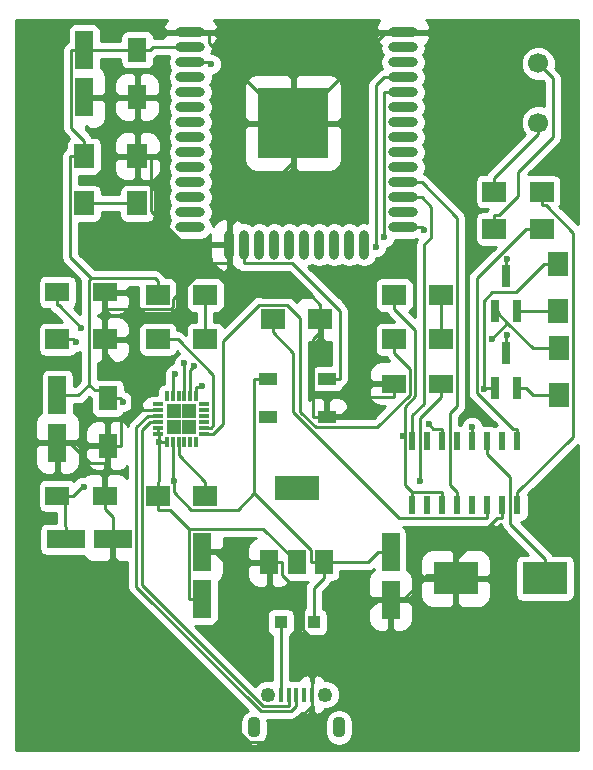
<source format=gbr>
G04 #@! TF.FileFunction,Copper,L1,Top,Signal*
%FSLAX46Y46*%
G04 Gerber Fmt 4.6, Leading zero omitted, Abs format (unit mm)*
G04 Created by KiCad (PCBNEW 4.0.7) date 03/22/18 13:14:38*
%MOMM*%
%LPD*%
G01*
G04 APERTURE LIST*
%ADD10C,0.100000*%
%ADD11O,2.500000X0.900000*%
%ADD12O,0.900000X2.500000*%
%ADD13R,6.000000X6.000000*%
%ADD14R,1.500000X3.200000*%
%ADD15R,3.200000X1.500000*%
%ADD16R,3.800000X2.000000*%
%ADD17R,1.500000X2.000000*%
%ADD18R,0.850000X0.300000*%
%ADD19R,0.300000X0.850000*%
%ADD20R,1.300000X1.300000*%
%ADD21R,1.600000X2.000000*%
%ADD22R,2.000000X1.600000*%
%ADD23R,3.750000X2.700000*%
%ADD24R,1.100000X1.100000*%
%ADD25R,2.000000X1.700000*%
%ADD26R,1.700000X2.000000*%
%ADD27R,1.600000X1.000000*%
%ADD28R,0.800000X1.900000*%
%ADD29R,0.600000X1.500000*%
%ADD30O,1.100000X1.800000*%
%ADD31R,0.400000X1.250000*%
%ADD32C,1.250000*%
%ADD33C,1.700000*%
%ADD34C,0.600000*%
%ADD35C,0.250000*%
%ADD36C,0.254000*%
G04 APERTURE END LIST*
D10*
D11*
X111450000Y-33150000D03*
X111450000Y-34420000D03*
X111450000Y-35690000D03*
X111450000Y-36960000D03*
X111450000Y-38230000D03*
X111450000Y-39500000D03*
X111450000Y-40770000D03*
X111450000Y-42040000D03*
X111450000Y-43310000D03*
X111450000Y-44580000D03*
X111450000Y-45850000D03*
X111450000Y-47120000D03*
X111450000Y-48390000D03*
X111450000Y-49660000D03*
D12*
X108165000Y-51150000D03*
X106895000Y-51150000D03*
X105625000Y-51150000D03*
X104355000Y-51150000D03*
X103085000Y-51150000D03*
X101815000Y-51150000D03*
X100545000Y-51150000D03*
X99275000Y-51150000D03*
X98005000Y-51150000D03*
X96735000Y-51150000D03*
D11*
X93450000Y-49660000D03*
X93450000Y-48390000D03*
X93450000Y-47120000D03*
X93450000Y-45850000D03*
X93450000Y-44580000D03*
X93450000Y-43310000D03*
X93450000Y-42040000D03*
X93450000Y-40770000D03*
X93450000Y-39500000D03*
X93450000Y-38230000D03*
X93450000Y-36960000D03*
X93450000Y-35690000D03*
X93450000Y-34420000D03*
X93450000Y-33150000D03*
D13*
X102150000Y-40850000D03*
D14*
X82200000Y-63900000D03*
X82200000Y-67900000D03*
D15*
X82900000Y-76100000D03*
X86900000Y-76100000D03*
D16*
X102450000Y-71750000D03*
D17*
X102450000Y-78050000D03*
X104750000Y-78050000D03*
X100150000Y-78050000D03*
D18*
X90750000Y-64650000D03*
X90750000Y-65150000D03*
X90750000Y-65650000D03*
X90750000Y-66150000D03*
X90750000Y-66650000D03*
X90750000Y-67150000D03*
D19*
X91450000Y-67850000D03*
X91950000Y-67850000D03*
X92450000Y-67850000D03*
X92950000Y-67850000D03*
X93450000Y-67850000D03*
X93950000Y-67850000D03*
D18*
X94650000Y-67150000D03*
X94650000Y-66650000D03*
X94650000Y-66150000D03*
X94650000Y-65650000D03*
X94650000Y-65150000D03*
X94650000Y-64650000D03*
D19*
X93950000Y-63950000D03*
X93450000Y-63950000D03*
X92950000Y-63950000D03*
X92450000Y-63950000D03*
X91950000Y-63950000D03*
X91450000Y-63950000D03*
D20*
X93350000Y-66550000D03*
X93350000Y-65250000D03*
X92050000Y-66550000D03*
X92050000Y-65250000D03*
D21*
X86450000Y-64150000D03*
X86450000Y-68150000D03*
D22*
X82200000Y-72400000D03*
X86200000Y-72400000D03*
X110700000Y-62900000D03*
X114700000Y-62900000D03*
D14*
X84450000Y-34650000D03*
X84450000Y-38650000D03*
D21*
X88950000Y-34650000D03*
X88950000Y-38650000D03*
D22*
X82200000Y-55150000D03*
X86200000Y-55150000D03*
D23*
X123475000Y-79400000D03*
X115925000Y-79400000D03*
D24*
X103900000Y-83100000D03*
X101100000Y-83100000D03*
D25*
X94700000Y-55400000D03*
X90700000Y-55400000D03*
X114700000Y-55400000D03*
X110700000Y-55400000D03*
D26*
X84450000Y-47650000D03*
X84450000Y-43650000D03*
D27*
X105000000Y-65700000D03*
X105000000Y-62500000D03*
X100000000Y-65700000D03*
X100000000Y-62500000D03*
D28*
X119250000Y-63300000D03*
X121150000Y-63300000D03*
X120200000Y-60300000D03*
X119250000Y-56800000D03*
X121150000Y-56800000D03*
X120200000Y-53800000D03*
D25*
X94700000Y-72400000D03*
X90700000Y-72400000D03*
X90700000Y-59150000D03*
X94700000Y-59150000D03*
X110700000Y-59150000D03*
X114700000Y-59150000D03*
D26*
X88950000Y-43650000D03*
X88950000Y-47650000D03*
X124700000Y-63900000D03*
X124700000Y-59900000D03*
X124600000Y-56800000D03*
X124600000Y-52800000D03*
D25*
X119200000Y-46650000D03*
X123200000Y-46650000D03*
X119200000Y-49800000D03*
X123200000Y-49800000D03*
X100450000Y-57400000D03*
X104450000Y-57400000D03*
X82200000Y-59150000D03*
X86200000Y-59150000D03*
D29*
X121145000Y-67800000D03*
X119875000Y-67800000D03*
X118605000Y-67800000D03*
X117335000Y-67800000D03*
X116065000Y-67800000D03*
X114795000Y-67800000D03*
X113525000Y-67800000D03*
X112255000Y-67800000D03*
X112255000Y-73200000D03*
X113525000Y-73200000D03*
X114795000Y-73200000D03*
X116065000Y-73200000D03*
X117335000Y-73200000D03*
X118605000Y-73200000D03*
X119875000Y-73200000D03*
X121145000Y-73200000D03*
D14*
X94450000Y-81150000D03*
X94450000Y-77150000D03*
X110400000Y-77200000D03*
X110400000Y-81200000D03*
D30*
X98830000Y-92020000D03*
D31*
X101130000Y-89230000D03*
X101780000Y-89230000D03*
X103730000Y-89230000D03*
X103080000Y-89230000D03*
D32*
X100005000Y-89230000D03*
X104855000Y-89230000D03*
D31*
X102430000Y-89230000D03*
D30*
X106030000Y-92020000D03*
D33*
X122900000Y-35800000D03*
X122900000Y-40800000D03*
D34*
X79300000Y-90000000D03*
X79300000Y-88800000D03*
X79300000Y-87500000D03*
X79300000Y-86200000D03*
X79300000Y-78900000D03*
X79300000Y-72500000D03*
X79300000Y-92400000D03*
X79300000Y-91200000D03*
X79300000Y-85000000D03*
X79300000Y-83800000D03*
X79300000Y-82600000D03*
X79300000Y-80200000D03*
X79300000Y-81400000D03*
X79300000Y-77500000D03*
X79300000Y-76200000D03*
X79300000Y-74900000D03*
X79300000Y-73700000D03*
X79300000Y-71200000D03*
X79300000Y-69900000D03*
X79300000Y-68700000D03*
X79300000Y-67400000D03*
X79300000Y-66000000D03*
X79300000Y-64600000D03*
X79300000Y-63200000D03*
X79300000Y-61900000D03*
X79300000Y-60500000D03*
X79300000Y-59000000D03*
X79300000Y-57600000D03*
X79300000Y-56200000D03*
X79300000Y-54800000D03*
X79300000Y-53400000D03*
X79300000Y-52100000D03*
X79300000Y-50900000D03*
X92065600Y-71148600D03*
X112899600Y-71115000D03*
X84419200Y-71638600D03*
X108100000Y-84800000D03*
X111426400Y-67357800D03*
X87764700Y-64447700D03*
X90779900Y-67850000D03*
X94412200Y-63114800D03*
X118324700Y-63393800D03*
X109197900Y-51345200D03*
X93764700Y-61431300D03*
X92950000Y-61201500D03*
X109874700Y-50524000D03*
X118981100Y-59089100D03*
X92185600Y-62090000D03*
X120245400Y-58787500D03*
X95212800Y-35877500D03*
X120242800Y-52346400D03*
X113233500Y-49868200D03*
X113657100Y-66345700D03*
X84194000Y-58157500D03*
X117299200Y-66547200D03*
X83733600Y-59358300D03*
D35*
X79200000Y-71100000D02*
X79300000Y-71200000D01*
X103900000Y-83100000D02*
X103900000Y-82224700D01*
X103900000Y-80225300D02*
X103900000Y-82224700D01*
X104750000Y-79375300D02*
X103900000Y-80225300D01*
X104750000Y-78050000D02*
X104750000Y-79375300D01*
X108474700Y-78050000D02*
X109324700Y-77200000D01*
X104750000Y-78050000D02*
X108474700Y-78050000D01*
X100000000Y-62500000D02*
X98874700Y-62500000D01*
X110400000Y-77200000D02*
X109324700Y-77200000D01*
X91950000Y-71033000D02*
X92065600Y-71148600D01*
X91950000Y-67850000D02*
X91950000Y-71033000D01*
X112899600Y-65825700D02*
X112899600Y-71115000D01*
X114700000Y-64025300D02*
X112899600Y-65825700D01*
X104750000Y-78050000D02*
X103674700Y-78050000D01*
X92065600Y-72091500D02*
X92065600Y-71148600D01*
X93549400Y-73575300D02*
X92065600Y-72091500D01*
X97474100Y-73575300D02*
X93549400Y-73575300D01*
X98874700Y-72174700D02*
X97474100Y-73575300D01*
X98874700Y-62500000D02*
X98874700Y-72174700D01*
X103674700Y-76974700D02*
X103674700Y-78050000D01*
X98874700Y-72174700D02*
X103674700Y-76974700D01*
X114700000Y-62900000D02*
X114700000Y-64025300D01*
X84286700Y-71638600D02*
X83525300Y-72400000D01*
X84419200Y-71638600D02*
X84286700Y-71638600D01*
X82200000Y-72400000D02*
X82862700Y-72400000D01*
X82862700Y-72400000D02*
X83525300Y-72400000D01*
X82862700Y-74987400D02*
X82900000Y-75024700D01*
X82862700Y-72400000D02*
X82862700Y-74987400D01*
X82900000Y-76100000D02*
X82900000Y-75024700D01*
X107062350Y-83462350D02*
X107062350Y-83762350D01*
X107062350Y-83762350D02*
X108100000Y-84800000D01*
X119374400Y-74275300D02*
X115925000Y-77724700D01*
X119875000Y-74275300D02*
X119374400Y-74275300D01*
X119875000Y-73200000D02*
X119875000Y-74275300D01*
X115925000Y-79400000D02*
X115925000Y-79150000D01*
X115925000Y-79150000D02*
X115925000Y-77724700D01*
X110400000Y-81200000D02*
X111475300Y-81200000D01*
X96425300Y-78050000D02*
X95525300Y-77150000D01*
X100150000Y-78050000D02*
X96425300Y-78050000D01*
X94450000Y-77150000D02*
X95525300Y-77150000D01*
X84450000Y-38650000D02*
X85525300Y-38650000D01*
X90750000Y-65150000D02*
X89999700Y-65150000D01*
X86450000Y-68150000D02*
X87575300Y-68150000D01*
X88950000Y-38650000D02*
X88950000Y-43650000D01*
X86200000Y-72400000D02*
X86200000Y-71274700D01*
X82200000Y-67900000D02*
X83275300Y-67900000D01*
X86200000Y-71274700D02*
X86200000Y-69587300D01*
X86312000Y-69475300D02*
X86200000Y-69587300D01*
X86450000Y-69475300D02*
X86312000Y-69475300D01*
X84962600Y-69587300D02*
X83275300Y-67900000D01*
X86200000Y-69587300D02*
X84962600Y-69587300D01*
X86450000Y-68150000D02*
X86450000Y-69475300D01*
X86900000Y-74225300D02*
X86200000Y-73525300D01*
X86900000Y-76100000D02*
X86900000Y-74225300D01*
X86200000Y-72400000D02*
X86200000Y-73525300D01*
X103874700Y-59150600D02*
X104450000Y-58575300D01*
X103874700Y-65700000D02*
X103874700Y-59150600D01*
X104450000Y-57400000D02*
X104450000Y-58575300D01*
X105000000Y-65700000D02*
X103874700Y-65700000D01*
X107800000Y-64025300D02*
X106125300Y-65700000D01*
X110700000Y-64025300D02*
X107800000Y-64025300D01*
X110700000Y-62900000D02*
X110700000Y-64025300D01*
X105000000Y-65700000D02*
X106125300Y-65700000D01*
X88950000Y-38650000D02*
X85525300Y-38650000D01*
X104450000Y-57400000D02*
X104450000Y-56224700D01*
X86200000Y-59150000D02*
X86200000Y-56612900D01*
X86200000Y-56612900D02*
X86200000Y-55150000D01*
X88950000Y-43650000D02*
X90125300Y-43650000D01*
X90125300Y-48276700D02*
X90125300Y-43650000D01*
X94794400Y-52945700D02*
X90125300Y-48276700D01*
X92025400Y-55714700D02*
X94794400Y-52945700D01*
X92025400Y-56392200D02*
X92025400Y-55714700D01*
X91804700Y-56612900D02*
X92025400Y-56392200D01*
X86200000Y-56612900D02*
X91804700Y-56612900D01*
X96750600Y-49574700D02*
X102150000Y-44175300D01*
X96735000Y-49574700D02*
X96750600Y-49574700D01*
X96735000Y-51150000D02*
X96735000Y-49574700D01*
X102150000Y-41196000D02*
X102150000Y-44175300D01*
X95025300Y-34071300D02*
X95025300Y-33150000D01*
X102150000Y-41196000D02*
X95025300Y-34071300D01*
X93450000Y-33150000D02*
X95025300Y-33150000D01*
X102150000Y-40850000D02*
X102150000Y-41023000D01*
X102150000Y-41023000D02*
X102150000Y-41196000D01*
X109874700Y-33298300D02*
X109874700Y-33150000D01*
X102150000Y-41023000D02*
X109874700Y-33298300D01*
X111450000Y-33150000D02*
X109874700Y-33150000D01*
X110400000Y-81200000D02*
X109324700Y-81200000D01*
X100150000Y-78050000D02*
X101225300Y-78050000D01*
X105252300Y-85272400D02*
X104492600Y-85272400D01*
X109324700Y-81200000D02*
X107062350Y-83462350D01*
X107062350Y-83462350D02*
X105252300Y-85272400D01*
X101225300Y-79125300D02*
X101225300Y-78050000D01*
X103024600Y-80924600D02*
X101225300Y-79125300D01*
X103024600Y-83804400D02*
X103024600Y-80924600D01*
X104492600Y-85272400D02*
X103024600Y-83804400D01*
X86200000Y-59150000D02*
X86200000Y-60325300D01*
X88544000Y-65150000D02*
X89999700Y-65150000D01*
X87575300Y-66118700D02*
X88544000Y-65150000D01*
X87575300Y-68150000D02*
X87575300Y-66118700D01*
X88544000Y-62669300D02*
X86200000Y-60325300D01*
X88544000Y-65150000D02*
X88544000Y-62669300D01*
X95014800Y-52725300D02*
X96735000Y-52725300D01*
X94794400Y-52945700D02*
X95014800Y-52725300D01*
X96735000Y-51150000D02*
X96735000Y-52725300D01*
X103824700Y-55599400D02*
X104450000Y-56224700D01*
X99609100Y-55599400D02*
X103824700Y-55599400D01*
X96735000Y-52725300D02*
X99609100Y-55599400D01*
X113525300Y-79150000D02*
X111475300Y-81200000D01*
X115925000Y-79150000D02*
X113525300Y-79150000D01*
X103730000Y-86035000D02*
X103730000Y-89230000D01*
X104492600Y-85272400D02*
X103730000Y-86035000D01*
X86900000Y-81713600D02*
X86900000Y-76100000D01*
X98448000Y-93261600D02*
X86900000Y-81713600D01*
X100648700Y-93261600D02*
X98448000Y-93261600D01*
X103730000Y-90180300D02*
X100648700Y-93261600D01*
X103730000Y-89230000D02*
X103730000Y-90180300D01*
X84450000Y-34650000D02*
X85525300Y-34650000D01*
X94450000Y-81150000D02*
X93374700Y-81150000D01*
X86450000Y-64150000D02*
X86450000Y-63487300D01*
X82200000Y-63900000D02*
X83275300Y-63900000D01*
X112255000Y-73200000D02*
X112255000Y-72124700D01*
X93374700Y-75224600D02*
X93374700Y-81150000D01*
X91725400Y-73575300D02*
X93374700Y-75224600D01*
X90700000Y-73575300D02*
X91725400Y-73575300D01*
X90700000Y-72400000D02*
X90700000Y-73575300D01*
X90750000Y-67150000D02*
X90750000Y-66650000D01*
X114795000Y-73200000D02*
X114795000Y-72124700D01*
X99624600Y-75224600D02*
X93374700Y-75224600D01*
X102450000Y-78050000D02*
X99624600Y-75224600D01*
X110700000Y-55400000D02*
X110700000Y-56575300D01*
X114795000Y-72124700D02*
X112255000Y-72124700D01*
X111628300Y-67357800D02*
X111426400Y-67357800D01*
X111628300Y-71498000D02*
X111628300Y-67357800D01*
X112255000Y-72124700D02*
X111628300Y-71498000D01*
X93450000Y-34420000D02*
X91874700Y-34420000D01*
X85525300Y-34650000D02*
X88950000Y-34650000D01*
X90305300Y-34420000D02*
X91874700Y-34420000D01*
X90075300Y-34650000D02*
X90305300Y-34420000D01*
X88950000Y-34650000D02*
X90075300Y-34650000D01*
X86450000Y-64150000D02*
X87575300Y-64150000D01*
X90700000Y-72400000D02*
X90700000Y-71224700D01*
X87575300Y-64258300D02*
X87764700Y-64447700D01*
X87575300Y-64150000D02*
X87575300Y-64258300D01*
X90779900Y-71144800D02*
X90700000Y-71224700D01*
X90779900Y-67850000D02*
X90779900Y-71144800D01*
X91450000Y-67850000D02*
X90779900Y-67850000D01*
X90779900Y-67179900D02*
X90750000Y-67150000D01*
X90779900Y-67850000D02*
X90779900Y-67179900D01*
X83966300Y-63900000D02*
X83275300Y-63900000D01*
X84874600Y-62991700D02*
X83966300Y-63900000D01*
X85370200Y-63487300D02*
X84874600Y-62991700D01*
X86450000Y-63487300D02*
X85370200Y-63487300D01*
X90700000Y-55400000D02*
X90700000Y-54224700D01*
X83374700Y-41249400D02*
X83374700Y-34650000D01*
X84450000Y-42324700D02*
X83374700Y-41249400D01*
X84450000Y-43650000D02*
X84450000Y-42324700D01*
X84450000Y-34650000D02*
X83374700Y-34650000D01*
X84450000Y-43650000D02*
X83274700Y-43650000D01*
X83274700Y-52218600D02*
X83274700Y-43650000D01*
X85043300Y-53987200D02*
X83274700Y-52218600D01*
X84874600Y-54155900D02*
X85043300Y-53987200D01*
X84874600Y-62991700D02*
X84874600Y-54155900D01*
X90462500Y-53987200D02*
X90700000Y-54224700D01*
X85043300Y-53987200D02*
X90462500Y-53987200D01*
X112502200Y-58377500D02*
X110700000Y-56575300D01*
X111628300Y-67357800D02*
X111628300Y-64868700D01*
X112502200Y-63994800D02*
X112502200Y-58377500D01*
X111628300Y-64868700D02*
X112502200Y-63994800D01*
X89335600Y-66814100D02*
X89999700Y-66150000D01*
X89335600Y-79930700D02*
X89335600Y-66814100D01*
X99585200Y-90180300D02*
X89335600Y-79930700D01*
X101780000Y-90180300D02*
X99585200Y-90180300D01*
X101780000Y-89230000D02*
X101780000Y-90180300D01*
X90750000Y-66150000D02*
X89999700Y-66150000D01*
X102430000Y-89230000D02*
X102430000Y-90180300D01*
X90750000Y-65650000D02*
X89999700Y-65650000D01*
X102416800Y-90180300D02*
X102430000Y-90180300D01*
X102416800Y-90180400D02*
X102416800Y-90180300D01*
X101966600Y-90630600D02*
X102416800Y-90180400D01*
X99398600Y-90630600D02*
X101966600Y-90630600D01*
X88885300Y-80117300D02*
X99398600Y-90630600D01*
X88885300Y-66605200D02*
X88885300Y-80117300D01*
X89840500Y-65650000D02*
X88885300Y-66605200D01*
X89999700Y-65650000D02*
X89840500Y-65650000D01*
X92450000Y-68974700D02*
X92450000Y-67850000D01*
X94700000Y-71224700D02*
X92450000Y-68974700D01*
X94700000Y-72400000D02*
X94700000Y-71224700D01*
X96235000Y-66315300D02*
X95400300Y-67150000D01*
X96235000Y-59285900D02*
X96235000Y-66315300D01*
X99296300Y-56224600D02*
X96235000Y-59285900D01*
X101625100Y-56224600D02*
X99296300Y-56224600D01*
X102759500Y-57359000D02*
X101625100Y-56224600D01*
X102759500Y-65271800D02*
X102759500Y-57359000D01*
X104057200Y-66569500D02*
X102759500Y-65271800D01*
X109290600Y-66569500D02*
X104057200Y-66569500D01*
X112025300Y-63834800D02*
X109290600Y-66569500D01*
X112025300Y-61650600D02*
X112025300Y-63834800D01*
X110700000Y-60325300D02*
X112025300Y-61650600D01*
X110700000Y-59150000D02*
X110700000Y-60325300D01*
X94650000Y-67150000D02*
X95400300Y-67150000D01*
X90700000Y-59150000D02*
X92025300Y-59150000D01*
X92367800Y-59150000D02*
X92025300Y-59150000D01*
X95400400Y-62182600D02*
X92367800Y-59150000D01*
X95400400Y-66436300D02*
X95400400Y-62182600D01*
X95186700Y-66650000D02*
X95400400Y-66436300D01*
X94650000Y-66650000D02*
X95186700Y-66650000D01*
X119250000Y-63300000D02*
X118524700Y-63300000D01*
X93950000Y-63950000D02*
X93950000Y-63199700D01*
X118418500Y-63300000D02*
X118324700Y-63393800D01*
X118524700Y-63300000D02*
X118418500Y-63300000D01*
X124600000Y-52800000D02*
X123424700Y-52800000D01*
X121042400Y-55182300D02*
X123424700Y-52800000D01*
X119030000Y-55182300D02*
X121042400Y-55182300D01*
X118324700Y-55887600D02*
X119030000Y-55182300D01*
X118324700Y-63393800D02*
X118324700Y-55887600D01*
X94327300Y-63199700D02*
X94412200Y-63114800D01*
X93950000Y-63199700D02*
X94327300Y-63199700D01*
X93450000Y-61746000D02*
X93450000Y-63950000D01*
X93764700Y-61431300D02*
X93450000Y-61746000D01*
X111450000Y-36960000D02*
X109874700Y-36960000D01*
X109197900Y-37636800D02*
X109197900Y-51345200D01*
X109874700Y-36960000D02*
X109197900Y-37636800D01*
X111450000Y-38230000D02*
X109874700Y-38230000D01*
X92950000Y-63950000D02*
X92950000Y-61201500D01*
X109874700Y-38230000D02*
X109874700Y-50524000D01*
X119250000Y-56800000D02*
X119474600Y-56800000D01*
X91950000Y-62325600D02*
X92185600Y-62090000D01*
X91950000Y-63950000D02*
X91950000Y-62325600D01*
X118981100Y-59089100D02*
X120296600Y-57773600D01*
X122423000Y-59900000D02*
X120296600Y-57773600D01*
X124700000Y-59900000D02*
X122423000Y-59900000D01*
X119474600Y-56951600D02*
X119474600Y-56800000D01*
X120296600Y-57773600D02*
X119474600Y-56951600D01*
X94700000Y-59150000D02*
X94700000Y-55400000D01*
X114700000Y-59150000D02*
X114700000Y-55400000D01*
X105000000Y-62500000D02*
X106125300Y-62500000D01*
X98005000Y-51150000D02*
X98005000Y-52725300D01*
X106125300Y-56755400D02*
X106125300Y-62500000D01*
X102095200Y-52725300D02*
X106125300Y-56755400D01*
X98005000Y-52725300D02*
X102095200Y-52725300D01*
X122900000Y-41774700D02*
X119200000Y-45474700D01*
X122900000Y-40800000D02*
X122900000Y-41774700D01*
X119200000Y-46650000D02*
X119200000Y-45474700D01*
X119567300Y-48624700D02*
X119200000Y-48624700D01*
X121174600Y-47017400D02*
X119567300Y-48624700D01*
X121174600Y-44996500D02*
X121174600Y-47017400D01*
X124118800Y-42052300D02*
X121174600Y-44996500D01*
X124118800Y-37018800D02*
X124118800Y-42052300D01*
X122900000Y-35800000D02*
X124118800Y-37018800D01*
X119200000Y-49800000D02*
X119200000Y-48624700D01*
X122475300Y-63900000D02*
X121875300Y-63300000D01*
X124700000Y-63900000D02*
X122475300Y-63900000D01*
X121150000Y-63300000D02*
X121875300Y-63300000D01*
X120245400Y-58979300D02*
X120245400Y-58787500D01*
X120200000Y-59024700D02*
X120245400Y-58979300D01*
X93450000Y-35690000D02*
X95025300Y-35690000D01*
X95212800Y-35877500D02*
X95025300Y-35690000D01*
X120200000Y-60300000D02*
X120200000Y-59024700D01*
X124600000Y-56800000D02*
X121150000Y-56800000D01*
X111450000Y-49660000D02*
X113025300Y-49660000D01*
X113233500Y-49868200D02*
X113025300Y-49660000D01*
X120200000Y-53800000D02*
X120200000Y-52524700D01*
X120200000Y-52389200D02*
X120242800Y-52346400D01*
X120200000Y-52524700D02*
X120200000Y-52389200D01*
X111450000Y-45850000D02*
X113025300Y-45850000D01*
X116065000Y-73200000D02*
X116065000Y-72124700D01*
X116040000Y-48864700D02*
X113025300Y-45850000D01*
X116040000Y-64818200D02*
X116040000Y-48864700D01*
X115439700Y-65418500D02*
X116040000Y-64818200D01*
X115439700Y-71499400D02*
X115439700Y-65418500D01*
X116065000Y-72124700D02*
X115439700Y-71499400D01*
X113862200Y-47956900D02*
X113025300Y-47120000D01*
X113862200Y-50502900D02*
X113862200Y-47956900D01*
X113233500Y-51131600D02*
X113862200Y-50502900D01*
X113233500Y-64602900D02*
X113233500Y-51131600D01*
X112255000Y-65581400D02*
X113233500Y-64602900D01*
X112255000Y-67800000D02*
X112255000Y-65581400D01*
X111450000Y-47120000D02*
X113025300Y-47120000D01*
X114036100Y-66724700D02*
X113657100Y-66345700D01*
X114795000Y-66724700D02*
X114036100Y-66724700D01*
X82311800Y-56275300D02*
X82200000Y-56275300D01*
X84194000Y-58157500D02*
X82311800Y-56275300D01*
X82200000Y-55150000D02*
X82200000Y-56275300D01*
X114795000Y-67800000D02*
X114795000Y-66724700D01*
X123475000Y-79400000D02*
X123475000Y-77724700D01*
X120519600Y-70789900D02*
X118605000Y-68875300D01*
X120519600Y-74769300D02*
X120519600Y-70789900D01*
X123475000Y-77724700D02*
X120519600Y-74769300D01*
X118605000Y-67800000D02*
X118605000Y-68875300D01*
X101130000Y-84005300D02*
X101100000Y-83975300D01*
X101130000Y-89230000D02*
X101130000Y-84005300D01*
X101100000Y-83100000D02*
X101100000Y-83975300D01*
X88950000Y-47650000D02*
X84450000Y-47650000D01*
X123567300Y-47825300D02*
X123200000Y-47825300D01*
X125875400Y-50133400D02*
X123567300Y-47825300D01*
X125875400Y-67394300D02*
X125875400Y-50133400D01*
X121145000Y-72124700D02*
X125875400Y-67394300D01*
X121145000Y-73200000D02*
X121145000Y-72124700D01*
X123200000Y-46650000D02*
X123200000Y-47825300D01*
X117695700Y-53979000D02*
X121874700Y-49800000D01*
X117695700Y-63666200D02*
X117695700Y-53979000D01*
X120754200Y-66724700D02*
X117695700Y-63666200D01*
X121145000Y-66724700D02*
X120754200Y-66724700D01*
X121145000Y-67800000D02*
X121145000Y-66724700D01*
X123200000Y-49800000D02*
X121874700Y-49800000D01*
X118605000Y-73200000D02*
X118605000Y-74275300D01*
X100450000Y-57400000D02*
X100450000Y-58575300D01*
X111126100Y-74275300D02*
X118605000Y-74275300D01*
X102149900Y-65299100D02*
X111126100Y-74275300D01*
X102149900Y-60275200D02*
X102149900Y-65299100D01*
X100450000Y-58575300D02*
X102149900Y-60275200D01*
X82200000Y-59150000D02*
X83525300Y-59150000D01*
X117335000Y-66583000D02*
X117299200Y-66547200D01*
X117335000Y-67800000D02*
X117335000Y-66583000D01*
X83525300Y-59150000D02*
X83733600Y-59358300D01*
D36*
G36*
X91445091Y-32124695D02*
X91144442Y-32663840D01*
X91117342Y-32778668D01*
X91360991Y-33023000D01*
X93323000Y-33023000D01*
X93323000Y-33003000D01*
X93577000Y-33003000D01*
X93577000Y-33023000D01*
X95539009Y-33023000D01*
X95782658Y-32778668D01*
X95755558Y-32663840D01*
X95454909Y-32124695D01*
X95436338Y-32110000D01*
X109463662Y-32110000D01*
X109445091Y-32124695D01*
X109144442Y-32663840D01*
X109117342Y-32778668D01*
X109360991Y-33023000D01*
X111323000Y-33023000D01*
X111323000Y-33003000D01*
X111577000Y-33003000D01*
X111577000Y-33023000D01*
X113539009Y-33023000D01*
X113782658Y-32778668D01*
X113755558Y-32663840D01*
X113454909Y-32124695D01*
X113436338Y-32110000D01*
X126240000Y-32110000D01*
X126240000Y-49423198D01*
X124703988Y-47887186D01*
X124796431Y-47751890D01*
X124847440Y-47500000D01*
X124847440Y-45800000D01*
X124803162Y-45564683D01*
X124664090Y-45348559D01*
X124451890Y-45203569D01*
X124200000Y-45152560D01*
X122200000Y-45152560D01*
X122068621Y-45177281D01*
X124656201Y-42589701D01*
X124820948Y-42343139D01*
X124878800Y-42052300D01*
X124878800Y-37018800D01*
X124820948Y-36727961D01*
X124669893Y-36501890D01*
X124656201Y-36481398D01*
X124351512Y-36176709D01*
X124384742Y-36096681D01*
X124385257Y-35505911D01*
X124159656Y-34959914D01*
X123742283Y-34541812D01*
X123196681Y-34315258D01*
X122605911Y-34314743D01*
X122059914Y-34540344D01*
X121641812Y-34957717D01*
X121415258Y-35503319D01*
X121414743Y-36094089D01*
X121640344Y-36640086D01*
X122057717Y-37058188D01*
X122603319Y-37284742D01*
X123194089Y-37285257D01*
X123276431Y-37251234D01*
X123358800Y-37333603D01*
X123358800Y-39382576D01*
X123196681Y-39315258D01*
X122605911Y-39314743D01*
X122059914Y-39540344D01*
X121641812Y-39957717D01*
X121415258Y-40503319D01*
X121414743Y-41094089D01*
X121640344Y-41640086D01*
X121799939Y-41799959D01*
X118662599Y-44937299D01*
X118518767Y-45152560D01*
X118200000Y-45152560D01*
X117964683Y-45196838D01*
X117748559Y-45335910D01*
X117603569Y-45548110D01*
X117552560Y-45800000D01*
X117552560Y-47500000D01*
X117596838Y-47735317D01*
X117735910Y-47951441D01*
X117948110Y-48096431D01*
X118200000Y-48147440D01*
X118622414Y-48147440D01*
X118518767Y-48302560D01*
X118200000Y-48302560D01*
X117964683Y-48346838D01*
X117748559Y-48485910D01*
X117603569Y-48698110D01*
X117552560Y-48950000D01*
X117552560Y-50650000D01*
X117596838Y-50885317D01*
X117735910Y-51101441D01*
X117948110Y-51246431D01*
X118200000Y-51297440D01*
X119302458Y-51297440D01*
X117158299Y-53441599D01*
X116993552Y-53688161D01*
X116935700Y-53979000D01*
X116935700Y-63666200D01*
X116993552Y-63957039D01*
X117158299Y-64203601D01*
X119391741Y-66437043D01*
X119339683Y-66446838D01*
X119240472Y-66510678D01*
X119156890Y-66453569D01*
X118905000Y-66402560D01*
X118305000Y-66402560D01*
X118234315Y-66415860D01*
X118234362Y-66362033D01*
X118092317Y-66018257D01*
X117829527Y-65755008D01*
X117485999Y-65612362D01*
X117114033Y-65612038D01*
X116770257Y-65754083D01*
X116507008Y-66016873D01*
X116364362Y-66360401D01*
X116364325Y-66402560D01*
X116199700Y-66402560D01*
X116199700Y-65733302D01*
X116577401Y-65355601D01*
X116742148Y-65109040D01*
X116766801Y-64985101D01*
X116800000Y-64818200D01*
X116800000Y-48864700D01*
X116742148Y-48573861D01*
X116577401Y-48327299D01*
X113562701Y-45312599D01*
X113316139Y-45147852D01*
X113202457Y-45125239D01*
X113289338Y-44995212D01*
X113371929Y-44580000D01*
X113289338Y-44164788D01*
X113142480Y-43945000D01*
X113289338Y-43725212D01*
X113371929Y-43310000D01*
X113289338Y-42894788D01*
X113142480Y-42675000D01*
X113289338Y-42455212D01*
X113371929Y-42040000D01*
X113289338Y-41624788D01*
X113142480Y-41405000D01*
X113289338Y-41185212D01*
X113371929Y-40770000D01*
X113289338Y-40354788D01*
X113142480Y-40135000D01*
X113289338Y-39915212D01*
X113371929Y-39500000D01*
X113289338Y-39084788D01*
X113142480Y-38865000D01*
X113289338Y-38645212D01*
X113371929Y-38230000D01*
X113289338Y-37814788D01*
X113142480Y-37595000D01*
X113289338Y-37375212D01*
X113371929Y-36960000D01*
X113289338Y-36544788D01*
X113142480Y-36325000D01*
X113289338Y-36105212D01*
X113371929Y-35690000D01*
X113289338Y-35274788D01*
X113142480Y-35055000D01*
X113289338Y-34835212D01*
X113371929Y-34420000D01*
X113341160Y-34265314D01*
X113454909Y-34175305D01*
X113755558Y-33636160D01*
X113782658Y-33521332D01*
X113539009Y-33277000D01*
X111577000Y-33277000D01*
X111577000Y-33297000D01*
X111323000Y-33297000D01*
X111323000Y-33277000D01*
X109360991Y-33277000D01*
X109117342Y-33521332D01*
X109144442Y-33636160D01*
X109445091Y-34175305D01*
X109558840Y-34265314D01*
X109528071Y-34420000D01*
X109610662Y-34835212D01*
X109757520Y-35055000D01*
X109610662Y-35274788D01*
X109528071Y-35690000D01*
X109610662Y-36105212D01*
X109697543Y-36235239D01*
X109583861Y-36257852D01*
X109337299Y-36422599D01*
X108660499Y-37099399D01*
X108495752Y-37345961D01*
X108437900Y-37636800D01*
X108437900Y-49282354D01*
X108165000Y-49228071D01*
X107749788Y-49310662D01*
X107530000Y-49457520D01*
X107310212Y-49310662D01*
X106895000Y-49228071D01*
X106479788Y-49310662D01*
X106260000Y-49457520D01*
X106040212Y-49310662D01*
X105625000Y-49228071D01*
X105209788Y-49310662D01*
X104990000Y-49457520D01*
X104770212Y-49310662D01*
X104355000Y-49228071D01*
X103939788Y-49310662D01*
X103720000Y-49457520D01*
X103500212Y-49310662D01*
X103085000Y-49228071D01*
X102669788Y-49310662D01*
X102450000Y-49457520D01*
X102230212Y-49310662D01*
X101815000Y-49228071D01*
X101399788Y-49310662D01*
X101180000Y-49457520D01*
X100960212Y-49310662D01*
X100545000Y-49228071D01*
X100129788Y-49310662D01*
X99910000Y-49457520D01*
X99690212Y-49310662D01*
X99275000Y-49228071D01*
X98859788Y-49310662D01*
X98640000Y-49457520D01*
X98420212Y-49310662D01*
X98005000Y-49228071D01*
X97850314Y-49258840D01*
X97760305Y-49145091D01*
X97221160Y-48844442D01*
X97106332Y-48817342D01*
X96862000Y-49060991D01*
X96862000Y-51023000D01*
X96882000Y-51023000D01*
X96882000Y-51277000D01*
X96862000Y-51277000D01*
X96862000Y-53239009D01*
X97106332Y-53482658D01*
X97221160Y-53455558D01*
X97512820Y-53292917D01*
X97714161Y-53427448D01*
X98005000Y-53485300D01*
X101780398Y-53485300D01*
X103718098Y-55423000D01*
X103225826Y-55423000D01*
X102811606Y-55594575D01*
X102494576Y-55911606D01*
X102463041Y-55987739D01*
X102162501Y-55687199D01*
X101915939Y-55522452D01*
X101625100Y-55464600D01*
X99296300Y-55464600D01*
X99005461Y-55522452D01*
X98758899Y-55687199D01*
X96315555Y-58130543D01*
X96303162Y-58064683D01*
X96164090Y-57848559D01*
X95951890Y-57703569D01*
X95700000Y-57652560D01*
X95460000Y-57652560D01*
X95460000Y-56897440D01*
X95700000Y-56897440D01*
X95935317Y-56853162D01*
X96151441Y-56714090D01*
X96296431Y-56501890D01*
X96347440Y-56250000D01*
X96347440Y-54550000D01*
X96303162Y-54314683D01*
X96164090Y-54098559D01*
X95951890Y-53953569D01*
X95700000Y-53902560D01*
X93700000Y-53902560D01*
X93464683Y-53946838D01*
X93248559Y-54085910D01*
X93103569Y-54298110D01*
X93052560Y-54550000D01*
X93052560Y-56250000D01*
X93096838Y-56485317D01*
X93235910Y-56701441D01*
X93448110Y-56846431D01*
X93700000Y-56897440D01*
X93940000Y-56897440D01*
X93940000Y-57652560D01*
X93700000Y-57652560D01*
X93464683Y-57696838D01*
X93248559Y-57835910D01*
X93103569Y-58048110D01*
X93052560Y-58300000D01*
X93052560Y-58759958D01*
X92905201Y-58612599D01*
X92658639Y-58447852D01*
X92367800Y-58390000D01*
X92347440Y-58390000D01*
X92347440Y-58300000D01*
X92303162Y-58064683D01*
X92164090Y-57848559D01*
X91951890Y-57703569D01*
X91700000Y-57652560D01*
X89700000Y-57652560D01*
X89464683Y-57696838D01*
X89248559Y-57835910D01*
X89103569Y-58048110D01*
X89052560Y-58300000D01*
X89052560Y-60000000D01*
X89096838Y-60235317D01*
X89235910Y-60451441D01*
X89448110Y-60596431D01*
X89700000Y-60647440D01*
X91700000Y-60647440D01*
X91935317Y-60603162D01*
X92151441Y-60464090D01*
X92296431Y-60251890D01*
X92313011Y-60170013D01*
X92513277Y-60370279D01*
X92421057Y-60408383D01*
X92157808Y-60671173D01*
X92015162Y-61014701D01*
X92015040Y-61154851D01*
X92000433Y-61154838D01*
X91656657Y-61296883D01*
X91393408Y-61559673D01*
X91250762Y-61903201D01*
X91250651Y-62030572D01*
X91247852Y-62034761D01*
X91190000Y-62325600D01*
X91190000Y-62898258D01*
X91064683Y-62921838D01*
X90848559Y-63060910D01*
X90703569Y-63273110D01*
X90652560Y-63525000D01*
X90652560Y-63852560D01*
X90325000Y-63852560D01*
X90216371Y-63873000D01*
X90100826Y-63873000D01*
X89686606Y-64044575D01*
X89369576Y-64361606D01*
X89198000Y-64775826D01*
X89198000Y-64793250D01*
X89431533Y-65026783D01*
X89303099Y-65112599D01*
X88347899Y-66067799D01*
X88183152Y-66314361D01*
X88154122Y-66460303D01*
X87888394Y-66194576D01*
X87474174Y-66023000D01*
X86858750Y-66023000D01*
X86577000Y-66304750D01*
X86577000Y-68023000D01*
X86597000Y-68023000D01*
X86597000Y-68277000D01*
X86577000Y-68277000D01*
X86577000Y-69995250D01*
X86858750Y-70277000D01*
X87474174Y-70277000D01*
X87888394Y-70105424D01*
X88125300Y-69868519D01*
X88125300Y-70931482D01*
X87838394Y-70644575D01*
X87424174Y-70473000D01*
X86608750Y-70473000D01*
X86327000Y-70754750D01*
X86327000Y-72273000D01*
X86347000Y-72273000D01*
X86347000Y-72527000D01*
X86327000Y-72527000D01*
X86327000Y-72547000D01*
X86073000Y-72547000D01*
X86073000Y-72527000D01*
X86053000Y-72527000D01*
X86053000Y-72273000D01*
X86073000Y-72273000D01*
X86073000Y-70754750D01*
X85791250Y-70473000D01*
X84975826Y-70473000D01*
X84561606Y-70644575D01*
X84502509Y-70703672D01*
X84234033Y-70703438D01*
X83890257Y-70845483D01*
X83627008Y-71108273D01*
X83622173Y-71119918D01*
X83451890Y-71003569D01*
X83200000Y-70952560D01*
X81200000Y-70952560D01*
X80964683Y-70996838D01*
X80748559Y-71135910D01*
X80603569Y-71348110D01*
X80552560Y-71600000D01*
X80552560Y-73200000D01*
X80596838Y-73435317D01*
X80735910Y-73651441D01*
X80948110Y-73796431D01*
X81200000Y-73847440D01*
X82102700Y-73847440D01*
X82102700Y-74702560D01*
X81300000Y-74702560D01*
X81064683Y-74746838D01*
X80848559Y-74885910D01*
X80703569Y-75098110D01*
X80652560Y-75350000D01*
X80652560Y-76850000D01*
X80696838Y-77085317D01*
X80835910Y-77301441D01*
X81048110Y-77446431D01*
X81300000Y-77497440D01*
X84353622Y-77497440D01*
X84661606Y-77805425D01*
X85075826Y-77977000D01*
X86491250Y-77977000D01*
X86773000Y-77695250D01*
X86773000Y-76227000D01*
X86753000Y-76227000D01*
X86753000Y-75973000D01*
X86773000Y-75973000D01*
X86773000Y-75953000D01*
X87027000Y-75953000D01*
X87027000Y-75973000D01*
X87047000Y-75973000D01*
X87047000Y-76227000D01*
X87027000Y-76227000D01*
X87027000Y-77695250D01*
X87308750Y-77977000D01*
X88125300Y-77977000D01*
X88125300Y-80117300D01*
X88183152Y-80408139D01*
X88347899Y-80654701D01*
X98293680Y-90600482D01*
X97992078Y-90802006D01*
X97735203Y-91186448D01*
X97645000Y-91639928D01*
X97645000Y-92400072D01*
X97735203Y-92853552D01*
X97992078Y-93237994D01*
X98376520Y-93494869D01*
X98830000Y-93585072D01*
X99283480Y-93494869D01*
X99667922Y-93237994D01*
X99924797Y-92853552D01*
X100015000Y-92400072D01*
X100015000Y-91639928D01*
X104845000Y-91639928D01*
X104845000Y-92400072D01*
X104935203Y-92853552D01*
X105192078Y-93237994D01*
X105576520Y-93494869D01*
X106030000Y-93585072D01*
X106483480Y-93494869D01*
X106867922Y-93237994D01*
X107124797Y-92853552D01*
X107215000Y-92400072D01*
X107215000Y-91639928D01*
X107124797Y-91186448D01*
X106867922Y-90802006D01*
X106483480Y-90545131D01*
X106030000Y-90454928D01*
X105576520Y-90545131D01*
X105192078Y-90802006D01*
X104935203Y-91186448D01*
X104845000Y-91639928D01*
X100015000Y-91639928D01*
X99965405Y-91390600D01*
X101966600Y-91390600D01*
X102257439Y-91332748D01*
X102504001Y-91168001D01*
X102876592Y-90795410D01*
X102891606Y-90810425D01*
X103305826Y-90982000D01*
X103348250Y-90982000D01*
X103630000Y-90700250D01*
X103630000Y-90384366D01*
X103731441Y-90319090D01*
X103830000Y-90174844D01*
X103830000Y-90700250D01*
X104111750Y-90982000D01*
X104154174Y-90982000D01*
X104568394Y-90810425D01*
X104885424Y-90493394D01*
X104886818Y-90490028D01*
X105104530Y-90490218D01*
X105567800Y-90298799D01*
X105922553Y-89944665D01*
X106114781Y-89481729D01*
X106115218Y-88980470D01*
X105923799Y-88517200D01*
X105569665Y-88162447D01*
X105106729Y-87970219D01*
X104886841Y-87970027D01*
X104885424Y-87966606D01*
X104568394Y-87649575D01*
X104154174Y-87478000D01*
X104111750Y-87478000D01*
X103830000Y-87759750D01*
X103830000Y-88287067D01*
X103744090Y-88153559D01*
X103630000Y-88075605D01*
X103630000Y-87759750D01*
X103348250Y-87478000D01*
X103305826Y-87478000D01*
X102891606Y-87649575D01*
X102583622Y-87957560D01*
X102230000Y-87957560D01*
X102100411Y-87981944D01*
X101980000Y-87957560D01*
X101890000Y-87957560D01*
X101890000Y-84250149D01*
X102101441Y-84114090D01*
X102246431Y-83901890D01*
X102297440Y-83650000D01*
X102297440Y-82550000D01*
X102253162Y-82314683D01*
X102114090Y-82098559D01*
X101901890Y-81953569D01*
X101650000Y-81902560D01*
X100550000Y-81902560D01*
X100314683Y-81946838D01*
X100098559Y-82085910D01*
X99953569Y-82298110D01*
X99902560Y-82550000D01*
X99902560Y-83650000D01*
X99946838Y-83885317D01*
X100085910Y-84101441D01*
X100298110Y-84246431D01*
X100370000Y-84260989D01*
X100370000Y-88017253D01*
X100256729Y-87970219D01*
X99755470Y-87969782D01*
X99292200Y-88161201D01*
X98966267Y-88486565D01*
X93877142Y-83397440D01*
X95200000Y-83397440D01*
X95435317Y-83353162D01*
X95651441Y-83214090D01*
X95796431Y-83001890D01*
X95847440Y-82750000D01*
X95847440Y-79696378D01*
X96155425Y-79388394D01*
X96327000Y-78974174D01*
X96327000Y-78458750D01*
X98273000Y-78458750D01*
X98273000Y-79274174D01*
X98444575Y-79688394D01*
X98761606Y-80005424D01*
X99175826Y-80177000D01*
X99741250Y-80177000D01*
X100023000Y-79895250D01*
X100023000Y-78177000D01*
X98554750Y-78177000D01*
X98273000Y-78458750D01*
X96327000Y-78458750D01*
X96327000Y-77558750D01*
X96045250Y-77277000D01*
X94577000Y-77277000D01*
X94577000Y-77297000D01*
X94323000Y-77297000D01*
X94323000Y-77277000D01*
X94303000Y-77277000D01*
X94303000Y-77023000D01*
X94323000Y-77023000D01*
X94323000Y-77003000D01*
X94577000Y-77003000D01*
X94577000Y-77023000D01*
X96045250Y-77023000D01*
X96327000Y-76741250D01*
X96327000Y-75984600D01*
X99027111Y-75984600D01*
X98761606Y-76094576D01*
X98444575Y-76411606D01*
X98273000Y-76825826D01*
X98273000Y-77641250D01*
X98554750Y-77923000D01*
X100023000Y-77923000D01*
X100023000Y-77903000D01*
X100277000Y-77903000D01*
X100277000Y-77923000D01*
X100297000Y-77923000D01*
X100297000Y-78177000D01*
X100277000Y-78177000D01*
X100277000Y-79895250D01*
X100558750Y-80177000D01*
X101124174Y-80177000D01*
X101538394Y-80005424D01*
X101846379Y-79697440D01*
X103200000Y-79697440D01*
X103388533Y-79661965D01*
X103362599Y-79687899D01*
X103197852Y-79934461D01*
X103140000Y-80225300D01*
X103140000Y-81942074D01*
X103114683Y-81946838D01*
X102898559Y-82085910D01*
X102753569Y-82298110D01*
X102702560Y-82550000D01*
X102702560Y-83650000D01*
X102746838Y-83885317D01*
X102885910Y-84101441D01*
X103098110Y-84246431D01*
X103350000Y-84297440D01*
X104450000Y-84297440D01*
X104685317Y-84253162D01*
X104901441Y-84114090D01*
X105046431Y-83901890D01*
X105097440Y-83650000D01*
X105097440Y-82550000D01*
X105053162Y-82314683D01*
X104914090Y-82098559D01*
X104701890Y-81953569D01*
X104660000Y-81945086D01*
X104660000Y-81608750D01*
X108523000Y-81608750D01*
X108523000Y-83024174D01*
X108694575Y-83438394D01*
X109011606Y-83755424D01*
X109425826Y-83927000D01*
X109991250Y-83927000D01*
X110273000Y-83645250D01*
X110273000Y-81327000D01*
X110527000Y-81327000D01*
X110527000Y-83645250D01*
X110808750Y-83927000D01*
X111374174Y-83927000D01*
X111788394Y-83755424D01*
X112105425Y-83438394D01*
X112277000Y-83024174D01*
X112277000Y-81608750D01*
X111995250Y-81327000D01*
X110527000Y-81327000D01*
X110273000Y-81327000D01*
X108804750Y-81327000D01*
X108523000Y-81608750D01*
X104660000Y-81608750D01*
X104660000Y-80540102D01*
X105287401Y-79912701D01*
X105431233Y-79697440D01*
X105500000Y-79697440D01*
X105735317Y-79653162D01*
X105951441Y-79514090D01*
X106096431Y-79301890D01*
X106147440Y-79050000D01*
X106147440Y-78810000D01*
X108474700Y-78810000D01*
X108765539Y-78752148D01*
X109002560Y-78593776D01*
X109002560Y-78653622D01*
X108694575Y-78961606D01*
X108523000Y-79375826D01*
X108523000Y-80791250D01*
X108804750Y-81073000D01*
X110273000Y-81073000D01*
X110273000Y-81053000D01*
X110527000Y-81053000D01*
X110527000Y-81073000D01*
X111995250Y-81073000D01*
X112277000Y-80791250D01*
X112277000Y-79808750D01*
X112923000Y-79808750D01*
X112923000Y-80974174D01*
X113094576Y-81388394D01*
X113411606Y-81705425D01*
X113825826Y-81877000D01*
X115516250Y-81877000D01*
X115798000Y-81595250D01*
X115798000Y-79527000D01*
X116052000Y-79527000D01*
X116052000Y-81595250D01*
X116333750Y-81877000D01*
X118024174Y-81877000D01*
X118438394Y-81705425D01*
X118755424Y-81388394D01*
X118927000Y-80974174D01*
X118927000Y-79808750D01*
X118645250Y-79527000D01*
X116052000Y-79527000D01*
X115798000Y-79527000D01*
X113204750Y-79527000D01*
X112923000Y-79808750D01*
X112277000Y-79808750D01*
X112277000Y-79375826D01*
X112105425Y-78961606D01*
X111797440Y-78653622D01*
X111797440Y-77825826D01*
X112923000Y-77825826D01*
X112923000Y-78991250D01*
X113204750Y-79273000D01*
X115798000Y-79273000D01*
X115798000Y-77204750D01*
X116052000Y-77204750D01*
X116052000Y-79273000D01*
X118645250Y-79273000D01*
X118927000Y-78991250D01*
X118927000Y-77825826D01*
X118755424Y-77411606D01*
X118438394Y-77094575D01*
X118024174Y-76923000D01*
X116333750Y-76923000D01*
X116052000Y-77204750D01*
X115798000Y-77204750D01*
X115516250Y-76923000D01*
X113825826Y-76923000D01*
X113411606Y-77094575D01*
X113094576Y-77411606D01*
X112923000Y-77825826D01*
X111797440Y-77825826D01*
X111797440Y-75600000D01*
X111753162Y-75364683D01*
X111614090Y-75148559D01*
X111448330Y-75035300D01*
X118605000Y-75035300D01*
X118895839Y-74977448D01*
X118977981Y-74922562D01*
X119350826Y-75077000D01*
X119466250Y-75077000D01*
X119747998Y-74795252D01*
X119747998Y-75077000D01*
X119828718Y-75077000D01*
X119982199Y-75306701D01*
X122078058Y-77402560D01*
X121600000Y-77402560D01*
X121364683Y-77446838D01*
X121148559Y-77585910D01*
X121003569Y-77798110D01*
X120952560Y-78050000D01*
X120952560Y-80750000D01*
X120996838Y-80985317D01*
X121135910Y-81201441D01*
X121348110Y-81346431D01*
X121600000Y-81397440D01*
X125350000Y-81397440D01*
X125585317Y-81353162D01*
X125801441Y-81214090D01*
X125946431Y-81001890D01*
X125997440Y-80750000D01*
X125997440Y-78050000D01*
X125953162Y-77814683D01*
X125814090Y-77598559D01*
X125601890Y-77453569D01*
X125350000Y-77402560D01*
X124156233Y-77402560D01*
X124012401Y-77187299D01*
X121422542Y-74597440D01*
X121445000Y-74597440D01*
X121680317Y-74553162D01*
X121896441Y-74414090D01*
X122041431Y-74201890D01*
X122092440Y-73950000D01*
X122092440Y-72450000D01*
X122061094Y-72283408D01*
X126240000Y-68104502D01*
X126240000Y-93940000D01*
X78660000Y-93940000D01*
X78660000Y-68308750D01*
X80323000Y-68308750D01*
X80323000Y-69724174D01*
X80494575Y-70138394D01*
X80811606Y-70455424D01*
X81225826Y-70627000D01*
X81791250Y-70627000D01*
X82073000Y-70345250D01*
X82073000Y-68027000D01*
X82327000Y-68027000D01*
X82327000Y-70345250D01*
X82608750Y-70627000D01*
X83174174Y-70627000D01*
X83588394Y-70455424D01*
X83905425Y-70138394D01*
X84077000Y-69724174D01*
X84077000Y-68558750D01*
X84523000Y-68558750D01*
X84523000Y-69374174D01*
X84694575Y-69788394D01*
X85011606Y-70105424D01*
X85425826Y-70277000D01*
X86041250Y-70277000D01*
X86323000Y-69995250D01*
X86323000Y-68277000D01*
X84804750Y-68277000D01*
X84523000Y-68558750D01*
X84077000Y-68558750D01*
X84077000Y-68308750D01*
X83795250Y-68027000D01*
X82327000Y-68027000D01*
X82073000Y-68027000D01*
X80604750Y-68027000D01*
X80323000Y-68308750D01*
X78660000Y-68308750D01*
X78660000Y-66075826D01*
X80323000Y-66075826D01*
X80323000Y-67491250D01*
X80604750Y-67773000D01*
X82073000Y-67773000D01*
X82073000Y-67753000D01*
X82327000Y-67753000D01*
X82327000Y-67773000D01*
X83795250Y-67773000D01*
X84077000Y-67491250D01*
X84077000Y-66925826D01*
X84523000Y-66925826D01*
X84523000Y-67741250D01*
X84804750Y-68023000D01*
X86323000Y-68023000D01*
X86323000Y-66304750D01*
X86041250Y-66023000D01*
X85425826Y-66023000D01*
X85011606Y-66194576D01*
X84694575Y-66511606D01*
X84523000Y-66925826D01*
X84077000Y-66925826D01*
X84077000Y-66075826D01*
X83905425Y-65661606D01*
X83597440Y-65353622D01*
X83597440Y-64660000D01*
X83966300Y-64660000D01*
X84257139Y-64602148D01*
X84503701Y-64437401D01*
X84882915Y-64058187D01*
X85002560Y-64138132D01*
X85002560Y-65150000D01*
X85046838Y-65385317D01*
X85185910Y-65601441D01*
X85398110Y-65746431D01*
X85650000Y-65797440D01*
X87250000Y-65797440D01*
X87485317Y-65753162D01*
X87701441Y-65614090D01*
X87846431Y-65401890D01*
X87850302Y-65382775D01*
X87949867Y-65382862D01*
X88293643Y-65240817D01*
X88556892Y-64978027D01*
X88699538Y-64634499D01*
X88699862Y-64262533D01*
X88557817Y-63918757D01*
X88295027Y-63655508D01*
X87983026Y-63525953D01*
X87897440Y-63468767D01*
X87897440Y-63150000D01*
X87853162Y-62914683D01*
X87714090Y-62698559D01*
X87501890Y-62553569D01*
X87250000Y-62502560D01*
X85650000Y-62502560D01*
X85634600Y-62505458D01*
X85634600Y-61127000D01*
X85791250Y-61127000D01*
X86073000Y-60845250D01*
X86073000Y-59277000D01*
X86327000Y-59277000D01*
X86327000Y-60845250D01*
X86608750Y-61127000D01*
X87424174Y-61127000D01*
X87838394Y-60955425D01*
X88155424Y-60638394D01*
X88327000Y-60224174D01*
X88327000Y-59558750D01*
X88045250Y-59277000D01*
X86327000Y-59277000D01*
X86073000Y-59277000D01*
X86053000Y-59277000D01*
X86053000Y-59023000D01*
X86073000Y-59023000D01*
X86073000Y-57454750D01*
X86327000Y-57454750D01*
X86327000Y-59023000D01*
X88045250Y-59023000D01*
X88327000Y-58741250D01*
X88327000Y-58075826D01*
X88155424Y-57661606D01*
X87838394Y-57344575D01*
X87424174Y-57173000D01*
X86608750Y-57173000D01*
X86327000Y-57454750D01*
X86073000Y-57454750D01*
X85791250Y-57173000D01*
X85634600Y-57173000D01*
X85634600Y-57077000D01*
X85791250Y-57077000D01*
X86073000Y-56795250D01*
X86073000Y-55277000D01*
X86327000Y-55277000D01*
X86327000Y-56795250D01*
X86608750Y-57077000D01*
X87424174Y-57077000D01*
X87838394Y-56905425D01*
X88155424Y-56588394D01*
X88327000Y-56174174D01*
X88327000Y-55558750D01*
X88045250Y-55277000D01*
X86327000Y-55277000D01*
X86073000Y-55277000D01*
X85634600Y-55277000D01*
X85634600Y-55023000D01*
X86073000Y-55023000D01*
X86073000Y-54747200D01*
X86327000Y-54747200D01*
X86327000Y-55023000D01*
X88045250Y-55023000D01*
X88321050Y-54747200D01*
X89052560Y-54747200D01*
X89052560Y-56250000D01*
X89096838Y-56485317D01*
X89235910Y-56701441D01*
X89448110Y-56846431D01*
X89700000Y-56897440D01*
X91700000Y-56897440D01*
X91935317Y-56853162D01*
X92151441Y-56714090D01*
X92296431Y-56501890D01*
X92347440Y-56250000D01*
X92347440Y-54550000D01*
X92303162Y-54314683D01*
X92164090Y-54098559D01*
X91951890Y-53953569D01*
X91700000Y-53902560D01*
X91381233Y-53902560D01*
X91237401Y-53687299D01*
X90999901Y-53449799D01*
X90753339Y-53285052D01*
X90462500Y-53227200D01*
X87434314Y-53227200D01*
X87424174Y-53223000D01*
X86608750Y-53223000D01*
X86604550Y-53227200D01*
X85795450Y-53227200D01*
X85791250Y-53223000D01*
X85353902Y-53223000D01*
X84034700Y-51903798D01*
X84034700Y-51277000D01*
X95158000Y-51277000D01*
X95158000Y-52077000D01*
X95326643Y-52670824D01*
X95709695Y-53154909D01*
X96248840Y-53455558D01*
X96363668Y-53482658D01*
X96608000Y-53239009D01*
X96608000Y-51277000D01*
X95158000Y-51277000D01*
X84034700Y-51277000D01*
X84034700Y-49297440D01*
X85300000Y-49297440D01*
X85535317Y-49253162D01*
X85751441Y-49114090D01*
X85896431Y-48901890D01*
X85947440Y-48650000D01*
X85947440Y-48410000D01*
X87452560Y-48410000D01*
X87452560Y-48650000D01*
X87496838Y-48885317D01*
X87635910Y-49101441D01*
X87848110Y-49246431D01*
X88100000Y-49297440D01*
X89800000Y-49297440D01*
X90035317Y-49253162D01*
X90251441Y-49114090D01*
X90396431Y-48901890D01*
X90447440Y-48650000D01*
X90447440Y-46650000D01*
X90403162Y-46414683D01*
X90264090Y-46198559D01*
X90051890Y-46053569D01*
X89800000Y-46002560D01*
X88100000Y-46002560D01*
X87864683Y-46046838D01*
X87648559Y-46185910D01*
X87503569Y-46398110D01*
X87452560Y-46650000D01*
X87452560Y-46890000D01*
X85947440Y-46890000D01*
X85947440Y-46650000D01*
X85903162Y-46414683D01*
X85764090Y-46198559D01*
X85551890Y-46053569D01*
X85300000Y-46002560D01*
X84034700Y-46002560D01*
X84034700Y-45297440D01*
X85300000Y-45297440D01*
X85535317Y-45253162D01*
X85751441Y-45114090D01*
X85896431Y-44901890D01*
X85947440Y-44650000D01*
X85947440Y-44058750D01*
X86973000Y-44058750D01*
X86973000Y-44874174D01*
X87144575Y-45288394D01*
X87461606Y-45605424D01*
X87875826Y-45777000D01*
X88541250Y-45777000D01*
X88823000Y-45495250D01*
X88823000Y-43777000D01*
X89077000Y-43777000D01*
X89077000Y-45495250D01*
X89358750Y-45777000D01*
X90024174Y-45777000D01*
X90438394Y-45605424D01*
X90755425Y-45288394D01*
X90927000Y-44874174D01*
X90927000Y-44058750D01*
X90645250Y-43777000D01*
X89077000Y-43777000D01*
X88823000Y-43777000D01*
X87254750Y-43777000D01*
X86973000Y-44058750D01*
X85947440Y-44058750D01*
X85947440Y-42650000D01*
X85905259Y-42425826D01*
X86973000Y-42425826D01*
X86973000Y-43241250D01*
X87254750Y-43523000D01*
X88823000Y-43523000D01*
X88823000Y-41804750D01*
X89077000Y-41804750D01*
X89077000Y-43523000D01*
X90645250Y-43523000D01*
X90927000Y-43241250D01*
X90927000Y-42425826D01*
X90755425Y-42011606D01*
X90438394Y-41694576D01*
X90024174Y-41523000D01*
X89358750Y-41523000D01*
X89077000Y-41804750D01*
X88823000Y-41804750D01*
X88541250Y-41523000D01*
X87875826Y-41523000D01*
X87461606Y-41694576D01*
X87144575Y-42011606D01*
X86973000Y-42425826D01*
X85905259Y-42425826D01*
X85903162Y-42414683D01*
X85764090Y-42198559D01*
X85551890Y-42053569D01*
X85300000Y-42002560D01*
X85131233Y-42002560D01*
X84987401Y-41787299D01*
X84577002Y-41376900D01*
X84577002Y-41095252D01*
X84858750Y-41377000D01*
X85424174Y-41377000D01*
X85838394Y-41205424D01*
X86155425Y-40888394D01*
X86327000Y-40474174D01*
X86327000Y-39058750D01*
X87023000Y-39058750D01*
X87023000Y-39874174D01*
X87194575Y-40288394D01*
X87511606Y-40605424D01*
X87925826Y-40777000D01*
X88541250Y-40777000D01*
X88823000Y-40495250D01*
X88823000Y-38777000D01*
X89077000Y-38777000D01*
X89077000Y-40495250D01*
X89358750Y-40777000D01*
X89974174Y-40777000D01*
X90388394Y-40605424D01*
X90705425Y-40288394D01*
X90877000Y-39874174D01*
X90877000Y-39058750D01*
X90595250Y-38777000D01*
X89077000Y-38777000D01*
X88823000Y-38777000D01*
X87304750Y-38777000D01*
X87023000Y-39058750D01*
X86327000Y-39058750D01*
X86045250Y-38777000D01*
X84577000Y-38777000D01*
X84577000Y-38797000D01*
X84323000Y-38797000D01*
X84323000Y-38777000D01*
X84134700Y-38777000D01*
X84134700Y-38523000D01*
X84323000Y-38523000D01*
X84323000Y-38503000D01*
X84577000Y-38503000D01*
X84577000Y-38523000D01*
X86045250Y-38523000D01*
X86327000Y-38241250D01*
X86327000Y-37425826D01*
X87023000Y-37425826D01*
X87023000Y-38241250D01*
X87304750Y-38523000D01*
X88823000Y-38523000D01*
X88823000Y-36804750D01*
X89077000Y-36804750D01*
X89077000Y-38523000D01*
X90595250Y-38523000D01*
X90877000Y-38241250D01*
X90877000Y-37425826D01*
X90705425Y-37011606D01*
X90388394Y-36694576D01*
X89974174Y-36523000D01*
X89358750Y-36523000D01*
X89077000Y-36804750D01*
X88823000Y-36804750D01*
X88541250Y-36523000D01*
X87925826Y-36523000D01*
X87511606Y-36694576D01*
X87194575Y-37011606D01*
X87023000Y-37425826D01*
X86327000Y-37425826D01*
X86327000Y-36825826D01*
X86155425Y-36411606D01*
X85847440Y-36103622D01*
X85847440Y-35410000D01*
X87502560Y-35410000D01*
X87502560Y-35650000D01*
X87546838Y-35885317D01*
X87685910Y-36101441D01*
X87898110Y-36246431D01*
X88150000Y-36297440D01*
X89750000Y-36297440D01*
X89985317Y-36253162D01*
X90201441Y-36114090D01*
X90346431Y-35901890D01*
X90397440Y-35650000D01*
X90397440Y-35331233D01*
X90612701Y-35187401D01*
X90620102Y-35180000D01*
X91673997Y-35180000D01*
X91610662Y-35274788D01*
X91528071Y-35690000D01*
X91610662Y-36105212D01*
X91757520Y-36325000D01*
X91610662Y-36544788D01*
X91528071Y-36960000D01*
X91610662Y-37375212D01*
X91757520Y-37595000D01*
X91610662Y-37814788D01*
X91528071Y-38230000D01*
X91610662Y-38645212D01*
X91757520Y-38865000D01*
X91610662Y-39084788D01*
X91528071Y-39500000D01*
X91610662Y-39915212D01*
X91757520Y-40135000D01*
X91610662Y-40354788D01*
X91528071Y-40770000D01*
X91610662Y-41185212D01*
X91757520Y-41405000D01*
X91610662Y-41624788D01*
X91528071Y-42040000D01*
X91610662Y-42455212D01*
X91757520Y-42675000D01*
X91610662Y-42894788D01*
X91528071Y-43310000D01*
X91610662Y-43725212D01*
X91757520Y-43945000D01*
X91610662Y-44164788D01*
X91528071Y-44580000D01*
X91610662Y-44995212D01*
X91757520Y-45215000D01*
X91610662Y-45434788D01*
X91528071Y-45850000D01*
X91610662Y-46265212D01*
X91757520Y-46485000D01*
X91610662Y-46704788D01*
X91528071Y-47120000D01*
X91610662Y-47535212D01*
X91757520Y-47755000D01*
X91610662Y-47974788D01*
X91528071Y-48390000D01*
X91610662Y-48805212D01*
X91757520Y-49025000D01*
X91610662Y-49244788D01*
X91528071Y-49660000D01*
X91610662Y-50075212D01*
X91845860Y-50427211D01*
X92197859Y-50662409D01*
X92613071Y-50745000D01*
X94286929Y-50745000D01*
X94702141Y-50662409D01*
X95054140Y-50427211D01*
X95158000Y-50271773D01*
X95158000Y-51023000D01*
X96608000Y-51023000D01*
X96608000Y-49060991D01*
X96363668Y-48817342D01*
X96248840Y-48844442D01*
X95709695Y-49145091D01*
X95357932Y-49589634D01*
X95289338Y-49244788D01*
X95142480Y-49025000D01*
X95289338Y-48805212D01*
X95371929Y-48390000D01*
X95289338Y-47974788D01*
X95142480Y-47755000D01*
X95289338Y-47535212D01*
X95371929Y-47120000D01*
X95289338Y-46704788D01*
X95142480Y-46485000D01*
X95289338Y-46265212D01*
X95371929Y-45850000D01*
X95289338Y-45434788D01*
X95142480Y-45215000D01*
X95289338Y-44995212D01*
X95371929Y-44580000D01*
X95289338Y-44164788D01*
X95142480Y-43945000D01*
X95289338Y-43725212D01*
X95371929Y-43310000D01*
X95289338Y-42894788D01*
X95142480Y-42675000D01*
X95289338Y-42455212D01*
X95371929Y-42040000D01*
X95289338Y-41624788D01*
X95142480Y-41405000D01*
X95240201Y-41258750D01*
X98023000Y-41258750D01*
X98023000Y-44074174D01*
X98194576Y-44488394D01*
X98511606Y-44805425D01*
X98925826Y-44977000D01*
X101741250Y-44977000D01*
X102023000Y-44695250D01*
X102023000Y-40977000D01*
X102277000Y-40977000D01*
X102277000Y-44695250D01*
X102558750Y-44977000D01*
X105374174Y-44977000D01*
X105788394Y-44805425D01*
X106105424Y-44488394D01*
X106277000Y-44074174D01*
X106277000Y-41258750D01*
X105995250Y-40977000D01*
X102277000Y-40977000D01*
X102023000Y-40977000D01*
X98304750Y-40977000D01*
X98023000Y-41258750D01*
X95240201Y-41258750D01*
X95289338Y-41185212D01*
X95371929Y-40770000D01*
X95289338Y-40354788D01*
X95142480Y-40135000D01*
X95289338Y-39915212D01*
X95371929Y-39500000D01*
X95289338Y-39084788D01*
X95142480Y-38865000D01*
X95289338Y-38645212D01*
X95371929Y-38230000D01*
X95289338Y-37814788D01*
X95163078Y-37625826D01*
X98023000Y-37625826D01*
X98023000Y-40441250D01*
X98304750Y-40723000D01*
X102023000Y-40723000D01*
X102023000Y-37004750D01*
X102277000Y-37004750D01*
X102277000Y-40723000D01*
X105995250Y-40723000D01*
X106277000Y-40441250D01*
X106277000Y-37625826D01*
X106105424Y-37211606D01*
X105788394Y-36894575D01*
X105374174Y-36723000D01*
X102558750Y-36723000D01*
X102277000Y-37004750D01*
X102023000Y-37004750D01*
X101741250Y-36723000D01*
X98925826Y-36723000D01*
X98511606Y-36894575D01*
X98194576Y-37211606D01*
X98023000Y-37625826D01*
X95163078Y-37625826D01*
X95142480Y-37595000D01*
X95289338Y-37375212D01*
X95371929Y-36960000D01*
X95342612Y-36812614D01*
X95397967Y-36812662D01*
X95741743Y-36670617D01*
X96004992Y-36407827D01*
X96147638Y-36064299D01*
X96147962Y-35692333D01*
X96005917Y-35348557D01*
X95743127Y-35085308D01*
X95399599Y-34942662D01*
X95217648Y-34942504D01*
X95289338Y-34835212D01*
X95371929Y-34420000D01*
X95341160Y-34265314D01*
X95454909Y-34175305D01*
X95755558Y-33636160D01*
X95782658Y-33521332D01*
X95539009Y-33277000D01*
X93577000Y-33277000D01*
X93577000Y-33297000D01*
X93323000Y-33297000D01*
X93323000Y-33277000D01*
X91360991Y-33277000D01*
X91117342Y-33521332D01*
X91144442Y-33636160D01*
X91157736Y-33660000D01*
X90397440Y-33660000D01*
X90397440Y-33650000D01*
X90353162Y-33414683D01*
X90214090Y-33198559D01*
X90001890Y-33053569D01*
X89750000Y-33002560D01*
X88150000Y-33002560D01*
X87914683Y-33046838D01*
X87698559Y-33185910D01*
X87553569Y-33398110D01*
X87502560Y-33650000D01*
X87502560Y-33890000D01*
X85847440Y-33890000D01*
X85847440Y-33050000D01*
X85803162Y-32814683D01*
X85664090Y-32598559D01*
X85451890Y-32453569D01*
X85200000Y-32402560D01*
X83700000Y-32402560D01*
X83464683Y-32446838D01*
X83248559Y-32585910D01*
X83103569Y-32798110D01*
X83052560Y-33050000D01*
X83052560Y-33968767D01*
X82837299Y-34112599D01*
X82672552Y-34359161D01*
X82614700Y-34650000D01*
X82614700Y-36725153D01*
X82573000Y-36825826D01*
X82573000Y-38241250D01*
X82614700Y-38282950D01*
X82614700Y-39017050D01*
X82573000Y-39058750D01*
X82573000Y-40474174D01*
X82614700Y-40574847D01*
X82614700Y-41249400D01*
X82672552Y-41540239D01*
X82837299Y-41786801D01*
X83202012Y-42151514D01*
X83148559Y-42185910D01*
X83003569Y-42398110D01*
X82952560Y-42650000D01*
X82952560Y-42968767D01*
X82737299Y-43112599D01*
X82572552Y-43359161D01*
X82514700Y-43650000D01*
X82514700Y-52218600D01*
X82572552Y-52509439D01*
X82737299Y-52756001D01*
X84082995Y-54101697D01*
X84073000Y-54125826D01*
X84073000Y-54741250D01*
X84114600Y-54782850D01*
X84114600Y-55517150D01*
X84073000Y-55558750D01*
X84073000Y-56174174D01*
X84114600Y-56274605D01*
X84114600Y-57003298D01*
X83574745Y-56463443D01*
X83651441Y-56414090D01*
X83796431Y-56201890D01*
X83847440Y-55950000D01*
X83847440Y-54350000D01*
X83803162Y-54114683D01*
X83664090Y-53898559D01*
X83451890Y-53753569D01*
X83200000Y-53702560D01*
X81200000Y-53702560D01*
X80964683Y-53746838D01*
X80748559Y-53885910D01*
X80603569Y-54098110D01*
X80552560Y-54350000D01*
X80552560Y-55950000D01*
X80596838Y-56185317D01*
X80735910Y-56401441D01*
X80948110Y-56546431D01*
X81200000Y-56597440D01*
X81518767Y-56597440D01*
X81662599Y-56812701D01*
X81909161Y-56977448D01*
X81946591Y-56984893D01*
X82614258Y-57652560D01*
X81200000Y-57652560D01*
X80964683Y-57696838D01*
X80748559Y-57835910D01*
X80603569Y-58048110D01*
X80552560Y-58300000D01*
X80552560Y-60000000D01*
X80596838Y-60235317D01*
X80735910Y-60451441D01*
X80948110Y-60596431D01*
X81200000Y-60647440D01*
X83200000Y-60647440D01*
X83435317Y-60603162D01*
X83651441Y-60464090D01*
X83768116Y-60293331D01*
X83918767Y-60293462D01*
X84074967Y-60228922D01*
X84114600Y-60324605D01*
X84114600Y-62676898D01*
X83651498Y-63140000D01*
X83597440Y-63140000D01*
X83597440Y-62300000D01*
X83553162Y-62064683D01*
X83414090Y-61848559D01*
X83201890Y-61703569D01*
X82950000Y-61652560D01*
X81450000Y-61652560D01*
X81214683Y-61696838D01*
X80998559Y-61835910D01*
X80853569Y-62048110D01*
X80802560Y-62300000D01*
X80802560Y-65353622D01*
X80494575Y-65661606D01*
X80323000Y-66075826D01*
X78660000Y-66075826D01*
X78660000Y-32110000D01*
X91463662Y-32110000D01*
X91445091Y-32124695D01*
X91445091Y-32124695D01*
G37*
X91445091Y-32124695D02*
X91144442Y-32663840D01*
X91117342Y-32778668D01*
X91360991Y-33023000D01*
X93323000Y-33023000D01*
X93323000Y-33003000D01*
X93577000Y-33003000D01*
X93577000Y-33023000D01*
X95539009Y-33023000D01*
X95782658Y-32778668D01*
X95755558Y-32663840D01*
X95454909Y-32124695D01*
X95436338Y-32110000D01*
X109463662Y-32110000D01*
X109445091Y-32124695D01*
X109144442Y-32663840D01*
X109117342Y-32778668D01*
X109360991Y-33023000D01*
X111323000Y-33023000D01*
X111323000Y-33003000D01*
X111577000Y-33003000D01*
X111577000Y-33023000D01*
X113539009Y-33023000D01*
X113782658Y-32778668D01*
X113755558Y-32663840D01*
X113454909Y-32124695D01*
X113436338Y-32110000D01*
X126240000Y-32110000D01*
X126240000Y-49423198D01*
X124703988Y-47887186D01*
X124796431Y-47751890D01*
X124847440Y-47500000D01*
X124847440Y-45800000D01*
X124803162Y-45564683D01*
X124664090Y-45348559D01*
X124451890Y-45203569D01*
X124200000Y-45152560D01*
X122200000Y-45152560D01*
X122068621Y-45177281D01*
X124656201Y-42589701D01*
X124820948Y-42343139D01*
X124878800Y-42052300D01*
X124878800Y-37018800D01*
X124820948Y-36727961D01*
X124669893Y-36501890D01*
X124656201Y-36481398D01*
X124351512Y-36176709D01*
X124384742Y-36096681D01*
X124385257Y-35505911D01*
X124159656Y-34959914D01*
X123742283Y-34541812D01*
X123196681Y-34315258D01*
X122605911Y-34314743D01*
X122059914Y-34540344D01*
X121641812Y-34957717D01*
X121415258Y-35503319D01*
X121414743Y-36094089D01*
X121640344Y-36640086D01*
X122057717Y-37058188D01*
X122603319Y-37284742D01*
X123194089Y-37285257D01*
X123276431Y-37251234D01*
X123358800Y-37333603D01*
X123358800Y-39382576D01*
X123196681Y-39315258D01*
X122605911Y-39314743D01*
X122059914Y-39540344D01*
X121641812Y-39957717D01*
X121415258Y-40503319D01*
X121414743Y-41094089D01*
X121640344Y-41640086D01*
X121799939Y-41799959D01*
X118662599Y-44937299D01*
X118518767Y-45152560D01*
X118200000Y-45152560D01*
X117964683Y-45196838D01*
X117748559Y-45335910D01*
X117603569Y-45548110D01*
X117552560Y-45800000D01*
X117552560Y-47500000D01*
X117596838Y-47735317D01*
X117735910Y-47951441D01*
X117948110Y-48096431D01*
X118200000Y-48147440D01*
X118622414Y-48147440D01*
X118518767Y-48302560D01*
X118200000Y-48302560D01*
X117964683Y-48346838D01*
X117748559Y-48485910D01*
X117603569Y-48698110D01*
X117552560Y-48950000D01*
X117552560Y-50650000D01*
X117596838Y-50885317D01*
X117735910Y-51101441D01*
X117948110Y-51246431D01*
X118200000Y-51297440D01*
X119302458Y-51297440D01*
X117158299Y-53441599D01*
X116993552Y-53688161D01*
X116935700Y-53979000D01*
X116935700Y-63666200D01*
X116993552Y-63957039D01*
X117158299Y-64203601D01*
X119391741Y-66437043D01*
X119339683Y-66446838D01*
X119240472Y-66510678D01*
X119156890Y-66453569D01*
X118905000Y-66402560D01*
X118305000Y-66402560D01*
X118234315Y-66415860D01*
X118234362Y-66362033D01*
X118092317Y-66018257D01*
X117829527Y-65755008D01*
X117485999Y-65612362D01*
X117114033Y-65612038D01*
X116770257Y-65754083D01*
X116507008Y-66016873D01*
X116364362Y-66360401D01*
X116364325Y-66402560D01*
X116199700Y-66402560D01*
X116199700Y-65733302D01*
X116577401Y-65355601D01*
X116742148Y-65109040D01*
X116766801Y-64985101D01*
X116800000Y-64818200D01*
X116800000Y-48864700D01*
X116742148Y-48573861D01*
X116577401Y-48327299D01*
X113562701Y-45312599D01*
X113316139Y-45147852D01*
X113202457Y-45125239D01*
X113289338Y-44995212D01*
X113371929Y-44580000D01*
X113289338Y-44164788D01*
X113142480Y-43945000D01*
X113289338Y-43725212D01*
X113371929Y-43310000D01*
X113289338Y-42894788D01*
X113142480Y-42675000D01*
X113289338Y-42455212D01*
X113371929Y-42040000D01*
X113289338Y-41624788D01*
X113142480Y-41405000D01*
X113289338Y-41185212D01*
X113371929Y-40770000D01*
X113289338Y-40354788D01*
X113142480Y-40135000D01*
X113289338Y-39915212D01*
X113371929Y-39500000D01*
X113289338Y-39084788D01*
X113142480Y-38865000D01*
X113289338Y-38645212D01*
X113371929Y-38230000D01*
X113289338Y-37814788D01*
X113142480Y-37595000D01*
X113289338Y-37375212D01*
X113371929Y-36960000D01*
X113289338Y-36544788D01*
X113142480Y-36325000D01*
X113289338Y-36105212D01*
X113371929Y-35690000D01*
X113289338Y-35274788D01*
X113142480Y-35055000D01*
X113289338Y-34835212D01*
X113371929Y-34420000D01*
X113341160Y-34265314D01*
X113454909Y-34175305D01*
X113755558Y-33636160D01*
X113782658Y-33521332D01*
X113539009Y-33277000D01*
X111577000Y-33277000D01*
X111577000Y-33297000D01*
X111323000Y-33297000D01*
X111323000Y-33277000D01*
X109360991Y-33277000D01*
X109117342Y-33521332D01*
X109144442Y-33636160D01*
X109445091Y-34175305D01*
X109558840Y-34265314D01*
X109528071Y-34420000D01*
X109610662Y-34835212D01*
X109757520Y-35055000D01*
X109610662Y-35274788D01*
X109528071Y-35690000D01*
X109610662Y-36105212D01*
X109697543Y-36235239D01*
X109583861Y-36257852D01*
X109337299Y-36422599D01*
X108660499Y-37099399D01*
X108495752Y-37345961D01*
X108437900Y-37636800D01*
X108437900Y-49282354D01*
X108165000Y-49228071D01*
X107749788Y-49310662D01*
X107530000Y-49457520D01*
X107310212Y-49310662D01*
X106895000Y-49228071D01*
X106479788Y-49310662D01*
X106260000Y-49457520D01*
X106040212Y-49310662D01*
X105625000Y-49228071D01*
X105209788Y-49310662D01*
X104990000Y-49457520D01*
X104770212Y-49310662D01*
X104355000Y-49228071D01*
X103939788Y-49310662D01*
X103720000Y-49457520D01*
X103500212Y-49310662D01*
X103085000Y-49228071D01*
X102669788Y-49310662D01*
X102450000Y-49457520D01*
X102230212Y-49310662D01*
X101815000Y-49228071D01*
X101399788Y-49310662D01*
X101180000Y-49457520D01*
X100960212Y-49310662D01*
X100545000Y-49228071D01*
X100129788Y-49310662D01*
X99910000Y-49457520D01*
X99690212Y-49310662D01*
X99275000Y-49228071D01*
X98859788Y-49310662D01*
X98640000Y-49457520D01*
X98420212Y-49310662D01*
X98005000Y-49228071D01*
X97850314Y-49258840D01*
X97760305Y-49145091D01*
X97221160Y-48844442D01*
X97106332Y-48817342D01*
X96862000Y-49060991D01*
X96862000Y-51023000D01*
X96882000Y-51023000D01*
X96882000Y-51277000D01*
X96862000Y-51277000D01*
X96862000Y-53239009D01*
X97106332Y-53482658D01*
X97221160Y-53455558D01*
X97512820Y-53292917D01*
X97714161Y-53427448D01*
X98005000Y-53485300D01*
X101780398Y-53485300D01*
X103718098Y-55423000D01*
X103225826Y-55423000D01*
X102811606Y-55594575D01*
X102494576Y-55911606D01*
X102463041Y-55987739D01*
X102162501Y-55687199D01*
X101915939Y-55522452D01*
X101625100Y-55464600D01*
X99296300Y-55464600D01*
X99005461Y-55522452D01*
X98758899Y-55687199D01*
X96315555Y-58130543D01*
X96303162Y-58064683D01*
X96164090Y-57848559D01*
X95951890Y-57703569D01*
X95700000Y-57652560D01*
X95460000Y-57652560D01*
X95460000Y-56897440D01*
X95700000Y-56897440D01*
X95935317Y-56853162D01*
X96151441Y-56714090D01*
X96296431Y-56501890D01*
X96347440Y-56250000D01*
X96347440Y-54550000D01*
X96303162Y-54314683D01*
X96164090Y-54098559D01*
X95951890Y-53953569D01*
X95700000Y-53902560D01*
X93700000Y-53902560D01*
X93464683Y-53946838D01*
X93248559Y-54085910D01*
X93103569Y-54298110D01*
X93052560Y-54550000D01*
X93052560Y-56250000D01*
X93096838Y-56485317D01*
X93235910Y-56701441D01*
X93448110Y-56846431D01*
X93700000Y-56897440D01*
X93940000Y-56897440D01*
X93940000Y-57652560D01*
X93700000Y-57652560D01*
X93464683Y-57696838D01*
X93248559Y-57835910D01*
X93103569Y-58048110D01*
X93052560Y-58300000D01*
X93052560Y-58759958D01*
X92905201Y-58612599D01*
X92658639Y-58447852D01*
X92367800Y-58390000D01*
X92347440Y-58390000D01*
X92347440Y-58300000D01*
X92303162Y-58064683D01*
X92164090Y-57848559D01*
X91951890Y-57703569D01*
X91700000Y-57652560D01*
X89700000Y-57652560D01*
X89464683Y-57696838D01*
X89248559Y-57835910D01*
X89103569Y-58048110D01*
X89052560Y-58300000D01*
X89052560Y-60000000D01*
X89096838Y-60235317D01*
X89235910Y-60451441D01*
X89448110Y-60596431D01*
X89700000Y-60647440D01*
X91700000Y-60647440D01*
X91935317Y-60603162D01*
X92151441Y-60464090D01*
X92296431Y-60251890D01*
X92313011Y-60170013D01*
X92513277Y-60370279D01*
X92421057Y-60408383D01*
X92157808Y-60671173D01*
X92015162Y-61014701D01*
X92015040Y-61154851D01*
X92000433Y-61154838D01*
X91656657Y-61296883D01*
X91393408Y-61559673D01*
X91250762Y-61903201D01*
X91250651Y-62030572D01*
X91247852Y-62034761D01*
X91190000Y-62325600D01*
X91190000Y-62898258D01*
X91064683Y-62921838D01*
X90848559Y-63060910D01*
X90703569Y-63273110D01*
X90652560Y-63525000D01*
X90652560Y-63852560D01*
X90325000Y-63852560D01*
X90216371Y-63873000D01*
X90100826Y-63873000D01*
X89686606Y-64044575D01*
X89369576Y-64361606D01*
X89198000Y-64775826D01*
X89198000Y-64793250D01*
X89431533Y-65026783D01*
X89303099Y-65112599D01*
X88347899Y-66067799D01*
X88183152Y-66314361D01*
X88154122Y-66460303D01*
X87888394Y-66194576D01*
X87474174Y-66023000D01*
X86858750Y-66023000D01*
X86577000Y-66304750D01*
X86577000Y-68023000D01*
X86597000Y-68023000D01*
X86597000Y-68277000D01*
X86577000Y-68277000D01*
X86577000Y-69995250D01*
X86858750Y-70277000D01*
X87474174Y-70277000D01*
X87888394Y-70105424D01*
X88125300Y-69868519D01*
X88125300Y-70931482D01*
X87838394Y-70644575D01*
X87424174Y-70473000D01*
X86608750Y-70473000D01*
X86327000Y-70754750D01*
X86327000Y-72273000D01*
X86347000Y-72273000D01*
X86347000Y-72527000D01*
X86327000Y-72527000D01*
X86327000Y-72547000D01*
X86073000Y-72547000D01*
X86073000Y-72527000D01*
X86053000Y-72527000D01*
X86053000Y-72273000D01*
X86073000Y-72273000D01*
X86073000Y-70754750D01*
X85791250Y-70473000D01*
X84975826Y-70473000D01*
X84561606Y-70644575D01*
X84502509Y-70703672D01*
X84234033Y-70703438D01*
X83890257Y-70845483D01*
X83627008Y-71108273D01*
X83622173Y-71119918D01*
X83451890Y-71003569D01*
X83200000Y-70952560D01*
X81200000Y-70952560D01*
X80964683Y-70996838D01*
X80748559Y-71135910D01*
X80603569Y-71348110D01*
X80552560Y-71600000D01*
X80552560Y-73200000D01*
X80596838Y-73435317D01*
X80735910Y-73651441D01*
X80948110Y-73796431D01*
X81200000Y-73847440D01*
X82102700Y-73847440D01*
X82102700Y-74702560D01*
X81300000Y-74702560D01*
X81064683Y-74746838D01*
X80848559Y-74885910D01*
X80703569Y-75098110D01*
X80652560Y-75350000D01*
X80652560Y-76850000D01*
X80696838Y-77085317D01*
X80835910Y-77301441D01*
X81048110Y-77446431D01*
X81300000Y-77497440D01*
X84353622Y-77497440D01*
X84661606Y-77805425D01*
X85075826Y-77977000D01*
X86491250Y-77977000D01*
X86773000Y-77695250D01*
X86773000Y-76227000D01*
X86753000Y-76227000D01*
X86753000Y-75973000D01*
X86773000Y-75973000D01*
X86773000Y-75953000D01*
X87027000Y-75953000D01*
X87027000Y-75973000D01*
X87047000Y-75973000D01*
X87047000Y-76227000D01*
X87027000Y-76227000D01*
X87027000Y-77695250D01*
X87308750Y-77977000D01*
X88125300Y-77977000D01*
X88125300Y-80117300D01*
X88183152Y-80408139D01*
X88347899Y-80654701D01*
X98293680Y-90600482D01*
X97992078Y-90802006D01*
X97735203Y-91186448D01*
X97645000Y-91639928D01*
X97645000Y-92400072D01*
X97735203Y-92853552D01*
X97992078Y-93237994D01*
X98376520Y-93494869D01*
X98830000Y-93585072D01*
X99283480Y-93494869D01*
X99667922Y-93237994D01*
X99924797Y-92853552D01*
X100015000Y-92400072D01*
X100015000Y-91639928D01*
X104845000Y-91639928D01*
X104845000Y-92400072D01*
X104935203Y-92853552D01*
X105192078Y-93237994D01*
X105576520Y-93494869D01*
X106030000Y-93585072D01*
X106483480Y-93494869D01*
X106867922Y-93237994D01*
X107124797Y-92853552D01*
X107215000Y-92400072D01*
X107215000Y-91639928D01*
X107124797Y-91186448D01*
X106867922Y-90802006D01*
X106483480Y-90545131D01*
X106030000Y-90454928D01*
X105576520Y-90545131D01*
X105192078Y-90802006D01*
X104935203Y-91186448D01*
X104845000Y-91639928D01*
X100015000Y-91639928D01*
X99965405Y-91390600D01*
X101966600Y-91390600D01*
X102257439Y-91332748D01*
X102504001Y-91168001D01*
X102876592Y-90795410D01*
X102891606Y-90810425D01*
X103305826Y-90982000D01*
X103348250Y-90982000D01*
X103630000Y-90700250D01*
X103630000Y-90384366D01*
X103731441Y-90319090D01*
X103830000Y-90174844D01*
X103830000Y-90700250D01*
X104111750Y-90982000D01*
X104154174Y-90982000D01*
X104568394Y-90810425D01*
X104885424Y-90493394D01*
X104886818Y-90490028D01*
X105104530Y-90490218D01*
X105567800Y-90298799D01*
X105922553Y-89944665D01*
X106114781Y-89481729D01*
X106115218Y-88980470D01*
X105923799Y-88517200D01*
X105569665Y-88162447D01*
X105106729Y-87970219D01*
X104886841Y-87970027D01*
X104885424Y-87966606D01*
X104568394Y-87649575D01*
X104154174Y-87478000D01*
X104111750Y-87478000D01*
X103830000Y-87759750D01*
X103830000Y-88287067D01*
X103744090Y-88153559D01*
X103630000Y-88075605D01*
X103630000Y-87759750D01*
X103348250Y-87478000D01*
X103305826Y-87478000D01*
X102891606Y-87649575D01*
X102583622Y-87957560D01*
X102230000Y-87957560D01*
X102100411Y-87981944D01*
X101980000Y-87957560D01*
X101890000Y-87957560D01*
X101890000Y-84250149D01*
X102101441Y-84114090D01*
X102246431Y-83901890D01*
X102297440Y-83650000D01*
X102297440Y-82550000D01*
X102253162Y-82314683D01*
X102114090Y-82098559D01*
X101901890Y-81953569D01*
X101650000Y-81902560D01*
X100550000Y-81902560D01*
X100314683Y-81946838D01*
X100098559Y-82085910D01*
X99953569Y-82298110D01*
X99902560Y-82550000D01*
X99902560Y-83650000D01*
X99946838Y-83885317D01*
X100085910Y-84101441D01*
X100298110Y-84246431D01*
X100370000Y-84260989D01*
X100370000Y-88017253D01*
X100256729Y-87970219D01*
X99755470Y-87969782D01*
X99292200Y-88161201D01*
X98966267Y-88486565D01*
X93877142Y-83397440D01*
X95200000Y-83397440D01*
X95435317Y-83353162D01*
X95651441Y-83214090D01*
X95796431Y-83001890D01*
X95847440Y-82750000D01*
X95847440Y-79696378D01*
X96155425Y-79388394D01*
X96327000Y-78974174D01*
X96327000Y-78458750D01*
X98273000Y-78458750D01*
X98273000Y-79274174D01*
X98444575Y-79688394D01*
X98761606Y-80005424D01*
X99175826Y-80177000D01*
X99741250Y-80177000D01*
X100023000Y-79895250D01*
X100023000Y-78177000D01*
X98554750Y-78177000D01*
X98273000Y-78458750D01*
X96327000Y-78458750D01*
X96327000Y-77558750D01*
X96045250Y-77277000D01*
X94577000Y-77277000D01*
X94577000Y-77297000D01*
X94323000Y-77297000D01*
X94323000Y-77277000D01*
X94303000Y-77277000D01*
X94303000Y-77023000D01*
X94323000Y-77023000D01*
X94323000Y-77003000D01*
X94577000Y-77003000D01*
X94577000Y-77023000D01*
X96045250Y-77023000D01*
X96327000Y-76741250D01*
X96327000Y-75984600D01*
X99027111Y-75984600D01*
X98761606Y-76094576D01*
X98444575Y-76411606D01*
X98273000Y-76825826D01*
X98273000Y-77641250D01*
X98554750Y-77923000D01*
X100023000Y-77923000D01*
X100023000Y-77903000D01*
X100277000Y-77903000D01*
X100277000Y-77923000D01*
X100297000Y-77923000D01*
X100297000Y-78177000D01*
X100277000Y-78177000D01*
X100277000Y-79895250D01*
X100558750Y-80177000D01*
X101124174Y-80177000D01*
X101538394Y-80005424D01*
X101846379Y-79697440D01*
X103200000Y-79697440D01*
X103388533Y-79661965D01*
X103362599Y-79687899D01*
X103197852Y-79934461D01*
X103140000Y-80225300D01*
X103140000Y-81942074D01*
X103114683Y-81946838D01*
X102898559Y-82085910D01*
X102753569Y-82298110D01*
X102702560Y-82550000D01*
X102702560Y-83650000D01*
X102746838Y-83885317D01*
X102885910Y-84101441D01*
X103098110Y-84246431D01*
X103350000Y-84297440D01*
X104450000Y-84297440D01*
X104685317Y-84253162D01*
X104901441Y-84114090D01*
X105046431Y-83901890D01*
X105097440Y-83650000D01*
X105097440Y-82550000D01*
X105053162Y-82314683D01*
X104914090Y-82098559D01*
X104701890Y-81953569D01*
X104660000Y-81945086D01*
X104660000Y-81608750D01*
X108523000Y-81608750D01*
X108523000Y-83024174D01*
X108694575Y-83438394D01*
X109011606Y-83755424D01*
X109425826Y-83927000D01*
X109991250Y-83927000D01*
X110273000Y-83645250D01*
X110273000Y-81327000D01*
X110527000Y-81327000D01*
X110527000Y-83645250D01*
X110808750Y-83927000D01*
X111374174Y-83927000D01*
X111788394Y-83755424D01*
X112105425Y-83438394D01*
X112277000Y-83024174D01*
X112277000Y-81608750D01*
X111995250Y-81327000D01*
X110527000Y-81327000D01*
X110273000Y-81327000D01*
X108804750Y-81327000D01*
X108523000Y-81608750D01*
X104660000Y-81608750D01*
X104660000Y-80540102D01*
X105287401Y-79912701D01*
X105431233Y-79697440D01*
X105500000Y-79697440D01*
X105735317Y-79653162D01*
X105951441Y-79514090D01*
X106096431Y-79301890D01*
X106147440Y-79050000D01*
X106147440Y-78810000D01*
X108474700Y-78810000D01*
X108765539Y-78752148D01*
X109002560Y-78593776D01*
X109002560Y-78653622D01*
X108694575Y-78961606D01*
X108523000Y-79375826D01*
X108523000Y-80791250D01*
X108804750Y-81073000D01*
X110273000Y-81073000D01*
X110273000Y-81053000D01*
X110527000Y-81053000D01*
X110527000Y-81073000D01*
X111995250Y-81073000D01*
X112277000Y-80791250D01*
X112277000Y-79808750D01*
X112923000Y-79808750D01*
X112923000Y-80974174D01*
X113094576Y-81388394D01*
X113411606Y-81705425D01*
X113825826Y-81877000D01*
X115516250Y-81877000D01*
X115798000Y-81595250D01*
X115798000Y-79527000D01*
X116052000Y-79527000D01*
X116052000Y-81595250D01*
X116333750Y-81877000D01*
X118024174Y-81877000D01*
X118438394Y-81705425D01*
X118755424Y-81388394D01*
X118927000Y-80974174D01*
X118927000Y-79808750D01*
X118645250Y-79527000D01*
X116052000Y-79527000D01*
X115798000Y-79527000D01*
X113204750Y-79527000D01*
X112923000Y-79808750D01*
X112277000Y-79808750D01*
X112277000Y-79375826D01*
X112105425Y-78961606D01*
X111797440Y-78653622D01*
X111797440Y-77825826D01*
X112923000Y-77825826D01*
X112923000Y-78991250D01*
X113204750Y-79273000D01*
X115798000Y-79273000D01*
X115798000Y-77204750D01*
X116052000Y-77204750D01*
X116052000Y-79273000D01*
X118645250Y-79273000D01*
X118927000Y-78991250D01*
X118927000Y-77825826D01*
X118755424Y-77411606D01*
X118438394Y-77094575D01*
X118024174Y-76923000D01*
X116333750Y-76923000D01*
X116052000Y-77204750D01*
X115798000Y-77204750D01*
X115516250Y-76923000D01*
X113825826Y-76923000D01*
X113411606Y-77094575D01*
X113094576Y-77411606D01*
X112923000Y-77825826D01*
X111797440Y-77825826D01*
X111797440Y-75600000D01*
X111753162Y-75364683D01*
X111614090Y-75148559D01*
X111448330Y-75035300D01*
X118605000Y-75035300D01*
X118895839Y-74977448D01*
X118977981Y-74922562D01*
X119350826Y-75077000D01*
X119466250Y-75077000D01*
X119747998Y-74795252D01*
X119747998Y-75077000D01*
X119828718Y-75077000D01*
X119982199Y-75306701D01*
X122078058Y-77402560D01*
X121600000Y-77402560D01*
X121364683Y-77446838D01*
X121148559Y-77585910D01*
X121003569Y-77798110D01*
X120952560Y-78050000D01*
X120952560Y-80750000D01*
X120996838Y-80985317D01*
X121135910Y-81201441D01*
X121348110Y-81346431D01*
X121600000Y-81397440D01*
X125350000Y-81397440D01*
X125585317Y-81353162D01*
X125801441Y-81214090D01*
X125946431Y-81001890D01*
X125997440Y-80750000D01*
X125997440Y-78050000D01*
X125953162Y-77814683D01*
X125814090Y-77598559D01*
X125601890Y-77453569D01*
X125350000Y-77402560D01*
X124156233Y-77402560D01*
X124012401Y-77187299D01*
X121422542Y-74597440D01*
X121445000Y-74597440D01*
X121680317Y-74553162D01*
X121896441Y-74414090D01*
X122041431Y-74201890D01*
X122092440Y-73950000D01*
X122092440Y-72450000D01*
X122061094Y-72283408D01*
X126240000Y-68104502D01*
X126240000Y-93940000D01*
X78660000Y-93940000D01*
X78660000Y-68308750D01*
X80323000Y-68308750D01*
X80323000Y-69724174D01*
X80494575Y-70138394D01*
X80811606Y-70455424D01*
X81225826Y-70627000D01*
X81791250Y-70627000D01*
X82073000Y-70345250D01*
X82073000Y-68027000D01*
X82327000Y-68027000D01*
X82327000Y-70345250D01*
X82608750Y-70627000D01*
X83174174Y-70627000D01*
X83588394Y-70455424D01*
X83905425Y-70138394D01*
X84077000Y-69724174D01*
X84077000Y-68558750D01*
X84523000Y-68558750D01*
X84523000Y-69374174D01*
X84694575Y-69788394D01*
X85011606Y-70105424D01*
X85425826Y-70277000D01*
X86041250Y-70277000D01*
X86323000Y-69995250D01*
X86323000Y-68277000D01*
X84804750Y-68277000D01*
X84523000Y-68558750D01*
X84077000Y-68558750D01*
X84077000Y-68308750D01*
X83795250Y-68027000D01*
X82327000Y-68027000D01*
X82073000Y-68027000D01*
X80604750Y-68027000D01*
X80323000Y-68308750D01*
X78660000Y-68308750D01*
X78660000Y-66075826D01*
X80323000Y-66075826D01*
X80323000Y-67491250D01*
X80604750Y-67773000D01*
X82073000Y-67773000D01*
X82073000Y-67753000D01*
X82327000Y-67753000D01*
X82327000Y-67773000D01*
X83795250Y-67773000D01*
X84077000Y-67491250D01*
X84077000Y-66925826D01*
X84523000Y-66925826D01*
X84523000Y-67741250D01*
X84804750Y-68023000D01*
X86323000Y-68023000D01*
X86323000Y-66304750D01*
X86041250Y-66023000D01*
X85425826Y-66023000D01*
X85011606Y-66194576D01*
X84694575Y-66511606D01*
X84523000Y-66925826D01*
X84077000Y-66925826D01*
X84077000Y-66075826D01*
X83905425Y-65661606D01*
X83597440Y-65353622D01*
X83597440Y-64660000D01*
X83966300Y-64660000D01*
X84257139Y-64602148D01*
X84503701Y-64437401D01*
X84882915Y-64058187D01*
X85002560Y-64138132D01*
X85002560Y-65150000D01*
X85046838Y-65385317D01*
X85185910Y-65601441D01*
X85398110Y-65746431D01*
X85650000Y-65797440D01*
X87250000Y-65797440D01*
X87485317Y-65753162D01*
X87701441Y-65614090D01*
X87846431Y-65401890D01*
X87850302Y-65382775D01*
X87949867Y-65382862D01*
X88293643Y-65240817D01*
X88556892Y-64978027D01*
X88699538Y-64634499D01*
X88699862Y-64262533D01*
X88557817Y-63918757D01*
X88295027Y-63655508D01*
X87983026Y-63525953D01*
X87897440Y-63468767D01*
X87897440Y-63150000D01*
X87853162Y-62914683D01*
X87714090Y-62698559D01*
X87501890Y-62553569D01*
X87250000Y-62502560D01*
X85650000Y-62502560D01*
X85634600Y-62505458D01*
X85634600Y-61127000D01*
X85791250Y-61127000D01*
X86073000Y-60845250D01*
X86073000Y-59277000D01*
X86327000Y-59277000D01*
X86327000Y-60845250D01*
X86608750Y-61127000D01*
X87424174Y-61127000D01*
X87838394Y-60955425D01*
X88155424Y-60638394D01*
X88327000Y-60224174D01*
X88327000Y-59558750D01*
X88045250Y-59277000D01*
X86327000Y-59277000D01*
X86073000Y-59277000D01*
X86053000Y-59277000D01*
X86053000Y-59023000D01*
X86073000Y-59023000D01*
X86073000Y-57454750D01*
X86327000Y-57454750D01*
X86327000Y-59023000D01*
X88045250Y-59023000D01*
X88327000Y-58741250D01*
X88327000Y-58075826D01*
X88155424Y-57661606D01*
X87838394Y-57344575D01*
X87424174Y-57173000D01*
X86608750Y-57173000D01*
X86327000Y-57454750D01*
X86073000Y-57454750D01*
X85791250Y-57173000D01*
X85634600Y-57173000D01*
X85634600Y-57077000D01*
X85791250Y-57077000D01*
X86073000Y-56795250D01*
X86073000Y-55277000D01*
X86327000Y-55277000D01*
X86327000Y-56795250D01*
X86608750Y-57077000D01*
X87424174Y-57077000D01*
X87838394Y-56905425D01*
X88155424Y-56588394D01*
X88327000Y-56174174D01*
X88327000Y-55558750D01*
X88045250Y-55277000D01*
X86327000Y-55277000D01*
X86073000Y-55277000D01*
X85634600Y-55277000D01*
X85634600Y-55023000D01*
X86073000Y-55023000D01*
X86073000Y-54747200D01*
X86327000Y-54747200D01*
X86327000Y-55023000D01*
X88045250Y-55023000D01*
X88321050Y-54747200D01*
X89052560Y-54747200D01*
X89052560Y-56250000D01*
X89096838Y-56485317D01*
X89235910Y-56701441D01*
X89448110Y-56846431D01*
X89700000Y-56897440D01*
X91700000Y-56897440D01*
X91935317Y-56853162D01*
X92151441Y-56714090D01*
X92296431Y-56501890D01*
X92347440Y-56250000D01*
X92347440Y-54550000D01*
X92303162Y-54314683D01*
X92164090Y-54098559D01*
X91951890Y-53953569D01*
X91700000Y-53902560D01*
X91381233Y-53902560D01*
X91237401Y-53687299D01*
X90999901Y-53449799D01*
X90753339Y-53285052D01*
X90462500Y-53227200D01*
X87434314Y-53227200D01*
X87424174Y-53223000D01*
X86608750Y-53223000D01*
X86604550Y-53227200D01*
X85795450Y-53227200D01*
X85791250Y-53223000D01*
X85353902Y-53223000D01*
X84034700Y-51903798D01*
X84034700Y-51277000D01*
X95158000Y-51277000D01*
X95158000Y-52077000D01*
X95326643Y-52670824D01*
X95709695Y-53154909D01*
X96248840Y-53455558D01*
X96363668Y-53482658D01*
X96608000Y-53239009D01*
X96608000Y-51277000D01*
X95158000Y-51277000D01*
X84034700Y-51277000D01*
X84034700Y-49297440D01*
X85300000Y-49297440D01*
X85535317Y-49253162D01*
X85751441Y-49114090D01*
X85896431Y-48901890D01*
X85947440Y-48650000D01*
X85947440Y-48410000D01*
X87452560Y-48410000D01*
X87452560Y-48650000D01*
X87496838Y-48885317D01*
X87635910Y-49101441D01*
X87848110Y-49246431D01*
X88100000Y-49297440D01*
X89800000Y-49297440D01*
X90035317Y-49253162D01*
X90251441Y-49114090D01*
X90396431Y-48901890D01*
X90447440Y-48650000D01*
X90447440Y-46650000D01*
X90403162Y-46414683D01*
X90264090Y-46198559D01*
X90051890Y-46053569D01*
X89800000Y-46002560D01*
X88100000Y-46002560D01*
X87864683Y-46046838D01*
X87648559Y-46185910D01*
X87503569Y-46398110D01*
X87452560Y-46650000D01*
X87452560Y-46890000D01*
X85947440Y-46890000D01*
X85947440Y-46650000D01*
X85903162Y-46414683D01*
X85764090Y-46198559D01*
X85551890Y-46053569D01*
X85300000Y-46002560D01*
X84034700Y-46002560D01*
X84034700Y-45297440D01*
X85300000Y-45297440D01*
X85535317Y-45253162D01*
X85751441Y-45114090D01*
X85896431Y-44901890D01*
X85947440Y-44650000D01*
X85947440Y-44058750D01*
X86973000Y-44058750D01*
X86973000Y-44874174D01*
X87144575Y-45288394D01*
X87461606Y-45605424D01*
X87875826Y-45777000D01*
X88541250Y-45777000D01*
X88823000Y-45495250D01*
X88823000Y-43777000D01*
X89077000Y-43777000D01*
X89077000Y-45495250D01*
X89358750Y-45777000D01*
X90024174Y-45777000D01*
X90438394Y-45605424D01*
X90755425Y-45288394D01*
X90927000Y-44874174D01*
X90927000Y-44058750D01*
X90645250Y-43777000D01*
X89077000Y-43777000D01*
X88823000Y-43777000D01*
X87254750Y-43777000D01*
X86973000Y-44058750D01*
X85947440Y-44058750D01*
X85947440Y-42650000D01*
X85905259Y-42425826D01*
X86973000Y-42425826D01*
X86973000Y-43241250D01*
X87254750Y-43523000D01*
X88823000Y-43523000D01*
X88823000Y-41804750D01*
X89077000Y-41804750D01*
X89077000Y-43523000D01*
X90645250Y-43523000D01*
X90927000Y-43241250D01*
X90927000Y-42425826D01*
X90755425Y-42011606D01*
X90438394Y-41694576D01*
X90024174Y-41523000D01*
X89358750Y-41523000D01*
X89077000Y-41804750D01*
X88823000Y-41804750D01*
X88541250Y-41523000D01*
X87875826Y-41523000D01*
X87461606Y-41694576D01*
X87144575Y-42011606D01*
X86973000Y-42425826D01*
X85905259Y-42425826D01*
X85903162Y-42414683D01*
X85764090Y-42198559D01*
X85551890Y-42053569D01*
X85300000Y-42002560D01*
X85131233Y-42002560D01*
X84987401Y-41787299D01*
X84577002Y-41376900D01*
X84577002Y-41095252D01*
X84858750Y-41377000D01*
X85424174Y-41377000D01*
X85838394Y-41205424D01*
X86155425Y-40888394D01*
X86327000Y-40474174D01*
X86327000Y-39058750D01*
X87023000Y-39058750D01*
X87023000Y-39874174D01*
X87194575Y-40288394D01*
X87511606Y-40605424D01*
X87925826Y-40777000D01*
X88541250Y-40777000D01*
X88823000Y-40495250D01*
X88823000Y-38777000D01*
X89077000Y-38777000D01*
X89077000Y-40495250D01*
X89358750Y-40777000D01*
X89974174Y-40777000D01*
X90388394Y-40605424D01*
X90705425Y-40288394D01*
X90877000Y-39874174D01*
X90877000Y-39058750D01*
X90595250Y-38777000D01*
X89077000Y-38777000D01*
X88823000Y-38777000D01*
X87304750Y-38777000D01*
X87023000Y-39058750D01*
X86327000Y-39058750D01*
X86045250Y-38777000D01*
X84577000Y-38777000D01*
X84577000Y-38797000D01*
X84323000Y-38797000D01*
X84323000Y-38777000D01*
X84134700Y-38777000D01*
X84134700Y-38523000D01*
X84323000Y-38523000D01*
X84323000Y-38503000D01*
X84577000Y-38503000D01*
X84577000Y-38523000D01*
X86045250Y-38523000D01*
X86327000Y-38241250D01*
X86327000Y-37425826D01*
X87023000Y-37425826D01*
X87023000Y-38241250D01*
X87304750Y-38523000D01*
X88823000Y-38523000D01*
X88823000Y-36804750D01*
X89077000Y-36804750D01*
X89077000Y-38523000D01*
X90595250Y-38523000D01*
X90877000Y-38241250D01*
X90877000Y-37425826D01*
X90705425Y-37011606D01*
X90388394Y-36694576D01*
X89974174Y-36523000D01*
X89358750Y-36523000D01*
X89077000Y-36804750D01*
X88823000Y-36804750D01*
X88541250Y-36523000D01*
X87925826Y-36523000D01*
X87511606Y-36694576D01*
X87194575Y-37011606D01*
X87023000Y-37425826D01*
X86327000Y-37425826D01*
X86327000Y-36825826D01*
X86155425Y-36411606D01*
X85847440Y-36103622D01*
X85847440Y-35410000D01*
X87502560Y-35410000D01*
X87502560Y-35650000D01*
X87546838Y-35885317D01*
X87685910Y-36101441D01*
X87898110Y-36246431D01*
X88150000Y-36297440D01*
X89750000Y-36297440D01*
X89985317Y-36253162D01*
X90201441Y-36114090D01*
X90346431Y-35901890D01*
X90397440Y-35650000D01*
X90397440Y-35331233D01*
X90612701Y-35187401D01*
X90620102Y-35180000D01*
X91673997Y-35180000D01*
X91610662Y-35274788D01*
X91528071Y-35690000D01*
X91610662Y-36105212D01*
X91757520Y-36325000D01*
X91610662Y-36544788D01*
X91528071Y-36960000D01*
X91610662Y-37375212D01*
X91757520Y-37595000D01*
X91610662Y-37814788D01*
X91528071Y-38230000D01*
X91610662Y-38645212D01*
X91757520Y-38865000D01*
X91610662Y-39084788D01*
X91528071Y-39500000D01*
X91610662Y-39915212D01*
X91757520Y-40135000D01*
X91610662Y-40354788D01*
X91528071Y-40770000D01*
X91610662Y-41185212D01*
X91757520Y-41405000D01*
X91610662Y-41624788D01*
X91528071Y-42040000D01*
X91610662Y-42455212D01*
X91757520Y-42675000D01*
X91610662Y-42894788D01*
X91528071Y-43310000D01*
X91610662Y-43725212D01*
X91757520Y-43945000D01*
X91610662Y-44164788D01*
X91528071Y-44580000D01*
X91610662Y-44995212D01*
X91757520Y-45215000D01*
X91610662Y-45434788D01*
X91528071Y-45850000D01*
X91610662Y-46265212D01*
X91757520Y-46485000D01*
X91610662Y-46704788D01*
X91528071Y-47120000D01*
X91610662Y-47535212D01*
X91757520Y-47755000D01*
X91610662Y-47974788D01*
X91528071Y-48390000D01*
X91610662Y-48805212D01*
X91757520Y-49025000D01*
X91610662Y-49244788D01*
X91528071Y-49660000D01*
X91610662Y-50075212D01*
X91845860Y-50427211D01*
X92197859Y-50662409D01*
X92613071Y-50745000D01*
X94286929Y-50745000D01*
X94702141Y-50662409D01*
X95054140Y-50427211D01*
X95158000Y-50271773D01*
X95158000Y-51023000D01*
X96608000Y-51023000D01*
X96608000Y-49060991D01*
X96363668Y-48817342D01*
X96248840Y-48844442D01*
X95709695Y-49145091D01*
X95357932Y-49589634D01*
X95289338Y-49244788D01*
X95142480Y-49025000D01*
X95289338Y-48805212D01*
X95371929Y-48390000D01*
X95289338Y-47974788D01*
X95142480Y-47755000D01*
X95289338Y-47535212D01*
X95371929Y-47120000D01*
X95289338Y-46704788D01*
X95142480Y-46485000D01*
X95289338Y-46265212D01*
X95371929Y-45850000D01*
X95289338Y-45434788D01*
X95142480Y-45215000D01*
X95289338Y-44995212D01*
X95371929Y-44580000D01*
X95289338Y-44164788D01*
X95142480Y-43945000D01*
X95289338Y-43725212D01*
X95371929Y-43310000D01*
X95289338Y-42894788D01*
X95142480Y-42675000D01*
X95289338Y-42455212D01*
X95371929Y-42040000D01*
X95289338Y-41624788D01*
X95142480Y-41405000D01*
X95240201Y-41258750D01*
X98023000Y-41258750D01*
X98023000Y-44074174D01*
X98194576Y-44488394D01*
X98511606Y-44805425D01*
X98925826Y-44977000D01*
X101741250Y-44977000D01*
X102023000Y-44695250D01*
X102023000Y-40977000D01*
X102277000Y-40977000D01*
X102277000Y-44695250D01*
X102558750Y-44977000D01*
X105374174Y-44977000D01*
X105788394Y-44805425D01*
X106105424Y-44488394D01*
X106277000Y-44074174D01*
X106277000Y-41258750D01*
X105995250Y-40977000D01*
X102277000Y-40977000D01*
X102023000Y-40977000D01*
X98304750Y-40977000D01*
X98023000Y-41258750D01*
X95240201Y-41258750D01*
X95289338Y-41185212D01*
X95371929Y-40770000D01*
X95289338Y-40354788D01*
X95142480Y-40135000D01*
X95289338Y-39915212D01*
X95371929Y-39500000D01*
X95289338Y-39084788D01*
X95142480Y-38865000D01*
X95289338Y-38645212D01*
X95371929Y-38230000D01*
X95289338Y-37814788D01*
X95163078Y-37625826D01*
X98023000Y-37625826D01*
X98023000Y-40441250D01*
X98304750Y-40723000D01*
X102023000Y-40723000D01*
X102023000Y-37004750D01*
X102277000Y-37004750D01*
X102277000Y-40723000D01*
X105995250Y-40723000D01*
X106277000Y-40441250D01*
X106277000Y-37625826D01*
X106105424Y-37211606D01*
X105788394Y-36894575D01*
X105374174Y-36723000D01*
X102558750Y-36723000D01*
X102277000Y-37004750D01*
X102023000Y-37004750D01*
X101741250Y-36723000D01*
X98925826Y-36723000D01*
X98511606Y-36894575D01*
X98194576Y-37211606D01*
X98023000Y-37625826D01*
X95163078Y-37625826D01*
X95142480Y-37595000D01*
X95289338Y-37375212D01*
X95371929Y-36960000D01*
X95342612Y-36812614D01*
X95397967Y-36812662D01*
X95741743Y-36670617D01*
X96004992Y-36407827D01*
X96147638Y-36064299D01*
X96147962Y-35692333D01*
X96005917Y-35348557D01*
X95743127Y-35085308D01*
X95399599Y-34942662D01*
X95217648Y-34942504D01*
X95289338Y-34835212D01*
X95371929Y-34420000D01*
X95341160Y-34265314D01*
X95454909Y-34175305D01*
X95755558Y-33636160D01*
X95782658Y-33521332D01*
X95539009Y-33277000D01*
X93577000Y-33277000D01*
X93577000Y-33297000D01*
X93323000Y-33297000D01*
X93323000Y-33277000D01*
X91360991Y-33277000D01*
X91117342Y-33521332D01*
X91144442Y-33636160D01*
X91157736Y-33660000D01*
X90397440Y-33660000D01*
X90397440Y-33650000D01*
X90353162Y-33414683D01*
X90214090Y-33198559D01*
X90001890Y-33053569D01*
X89750000Y-33002560D01*
X88150000Y-33002560D01*
X87914683Y-33046838D01*
X87698559Y-33185910D01*
X87553569Y-33398110D01*
X87502560Y-33650000D01*
X87502560Y-33890000D01*
X85847440Y-33890000D01*
X85847440Y-33050000D01*
X85803162Y-32814683D01*
X85664090Y-32598559D01*
X85451890Y-32453569D01*
X85200000Y-32402560D01*
X83700000Y-32402560D01*
X83464683Y-32446838D01*
X83248559Y-32585910D01*
X83103569Y-32798110D01*
X83052560Y-33050000D01*
X83052560Y-33968767D01*
X82837299Y-34112599D01*
X82672552Y-34359161D01*
X82614700Y-34650000D01*
X82614700Y-36725153D01*
X82573000Y-36825826D01*
X82573000Y-38241250D01*
X82614700Y-38282950D01*
X82614700Y-39017050D01*
X82573000Y-39058750D01*
X82573000Y-40474174D01*
X82614700Y-40574847D01*
X82614700Y-41249400D01*
X82672552Y-41540239D01*
X82837299Y-41786801D01*
X83202012Y-42151514D01*
X83148559Y-42185910D01*
X83003569Y-42398110D01*
X82952560Y-42650000D01*
X82952560Y-42968767D01*
X82737299Y-43112599D01*
X82572552Y-43359161D01*
X82514700Y-43650000D01*
X82514700Y-52218600D01*
X82572552Y-52509439D01*
X82737299Y-52756001D01*
X84082995Y-54101697D01*
X84073000Y-54125826D01*
X84073000Y-54741250D01*
X84114600Y-54782850D01*
X84114600Y-55517150D01*
X84073000Y-55558750D01*
X84073000Y-56174174D01*
X84114600Y-56274605D01*
X84114600Y-57003298D01*
X83574745Y-56463443D01*
X83651441Y-56414090D01*
X83796431Y-56201890D01*
X83847440Y-55950000D01*
X83847440Y-54350000D01*
X83803162Y-54114683D01*
X83664090Y-53898559D01*
X83451890Y-53753569D01*
X83200000Y-53702560D01*
X81200000Y-53702560D01*
X80964683Y-53746838D01*
X80748559Y-53885910D01*
X80603569Y-54098110D01*
X80552560Y-54350000D01*
X80552560Y-55950000D01*
X80596838Y-56185317D01*
X80735910Y-56401441D01*
X80948110Y-56546431D01*
X81200000Y-56597440D01*
X81518767Y-56597440D01*
X81662599Y-56812701D01*
X81909161Y-56977448D01*
X81946591Y-56984893D01*
X82614258Y-57652560D01*
X81200000Y-57652560D01*
X80964683Y-57696838D01*
X80748559Y-57835910D01*
X80603569Y-58048110D01*
X80552560Y-58300000D01*
X80552560Y-60000000D01*
X80596838Y-60235317D01*
X80735910Y-60451441D01*
X80948110Y-60596431D01*
X81200000Y-60647440D01*
X83200000Y-60647440D01*
X83435317Y-60603162D01*
X83651441Y-60464090D01*
X83768116Y-60293331D01*
X83918767Y-60293462D01*
X84074967Y-60228922D01*
X84114600Y-60324605D01*
X84114600Y-62676898D01*
X83651498Y-63140000D01*
X83597440Y-63140000D01*
X83597440Y-62300000D01*
X83553162Y-62064683D01*
X83414090Y-61848559D01*
X83201890Y-61703569D01*
X82950000Y-61652560D01*
X81450000Y-61652560D01*
X81214683Y-61696838D01*
X80998559Y-61835910D01*
X80853569Y-62048110D01*
X80802560Y-62300000D01*
X80802560Y-65353622D01*
X80494575Y-65661606D01*
X80323000Y-66075826D01*
X78660000Y-66075826D01*
X78660000Y-32110000D01*
X91463662Y-32110000D01*
X91445091Y-32124695D01*
G36*
X112531352Y-50840761D02*
X112473500Y-51131600D01*
X112473500Y-57273998D01*
X112006718Y-56807216D01*
X112151441Y-56714090D01*
X112296431Y-56501890D01*
X112347440Y-56250000D01*
X112347440Y-54550000D01*
X112303162Y-54314683D01*
X112164090Y-54098559D01*
X111951890Y-53953569D01*
X111700000Y-53902560D01*
X109700000Y-53902560D01*
X109464683Y-53946838D01*
X109248559Y-54085910D01*
X109103569Y-54298110D01*
X109052560Y-54550000D01*
X109052560Y-56250000D01*
X109096838Y-56485317D01*
X109235910Y-56701441D01*
X109448110Y-56846431D01*
X109700000Y-56897440D01*
X110018767Y-56897440D01*
X110162599Y-57112701D01*
X110702458Y-57652560D01*
X109700000Y-57652560D01*
X109464683Y-57696838D01*
X109248559Y-57835910D01*
X109103569Y-58048110D01*
X109052560Y-58300000D01*
X109052560Y-60000000D01*
X109096838Y-60235317D01*
X109235910Y-60451441D01*
X109448110Y-60596431D01*
X109700000Y-60647440D01*
X110018767Y-60647440D01*
X110162599Y-60862701D01*
X110272898Y-60973000D01*
X109475826Y-60973000D01*
X109061606Y-61144575D01*
X108744576Y-61461606D01*
X108573000Y-61875826D01*
X108573000Y-62491250D01*
X108854750Y-62773000D01*
X110573000Y-62773000D01*
X110573000Y-62753000D01*
X110827000Y-62753000D01*
X110827000Y-62773000D01*
X110847000Y-62773000D01*
X110847000Y-63027000D01*
X110827000Y-63027000D01*
X110827000Y-63047000D01*
X110573000Y-63047000D01*
X110573000Y-63027000D01*
X108854750Y-63027000D01*
X108573000Y-63308750D01*
X108573000Y-63924174D01*
X108744576Y-64338394D01*
X109061606Y-64655425D01*
X109475826Y-64827000D01*
X109958298Y-64827000D01*
X108975798Y-65809500D01*
X104853000Y-65809500D01*
X104853000Y-65573000D01*
X104873000Y-65573000D01*
X104873000Y-64354750D01*
X105127000Y-64354750D01*
X105127000Y-65573000D01*
X106645250Y-65573000D01*
X106927000Y-65291250D01*
X106927000Y-64975826D01*
X106755424Y-64561606D01*
X106438394Y-64244575D01*
X106024174Y-64073000D01*
X105408750Y-64073000D01*
X105127000Y-64354750D01*
X104873000Y-64354750D01*
X104591250Y-64073000D01*
X103975826Y-64073000D01*
X103561606Y-64244575D01*
X103519500Y-64286681D01*
X103519500Y-59377000D01*
X104041250Y-59377000D01*
X104323000Y-59095250D01*
X104323000Y-57527000D01*
X104303000Y-57527000D01*
X104303000Y-57273000D01*
X104323000Y-57273000D01*
X104323000Y-57253000D01*
X104577000Y-57253000D01*
X104577000Y-57273000D01*
X104597000Y-57273000D01*
X104597000Y-57527000D01*
X104577000Y-57527000D01*
X104577000Y-59095250D01*
X104858750Y-59377000D01*
X105365300Y-59377000D01*
X105365300Y-61352560D01*
X104200000Y-61352560D01*
X103964683Y-61396838D01*
X103748559Y-61535910D01*
X103603569Y-61748110D01*
X103552560Y-62000000D01*
X103552560Y-63000000D01*
X103596838Y-63235317D01*
X103735910Y-63451441D01*
X103948110Y-63596431D01*
X104200000Y-63647440D01*
X105800000Y-63647440D01*
X106035317Y-63603162D01*
X106251441Y-63464090D01*
X106396431Y-63251890D01*
X106406100Y-63204145D01*
X106416139Y-63202148D01*
X106662701Y-63037401D01*
X106827448Y-62790839D01*
X106885300Y-62500000D01*
X106885300Y-56755400D01*
X106827448Y-56464561D01*
X106662701Y-56217999D01*
X106440154Y-55995452D01*
X106405424Y-55911606D01*
X106088394Y-55594575D01*
X106004546Y-55559844D01*
X103445019Y-53000317D01*
X103500212Y-52989338D01*
X103720000Y-52842480D01*
X103939788Y-52989338D01*
X104355000Y-53071929D01*
X104770212Y-52989338D01*
X104990000Y-52842480D01*
X105209788Y-52989338D01*
X105625000Y-53071929D01*
X106040212Y-52989338D01*
X106260000Y-52842480D01*
X106479788Y-52989338D01*
X106895000Y-53071929D01*
X107310212Y-52989338D01*
X107530000Y-52842480D01*
X107749788Y-52989338D01*
X108165000Y-53071929D01*
X108580212Y-52989338D01*
X108932211Y-52754140D01*
X109167409Y-52402141D01*
X109191666Y-52280195D01*
X109383067Y-52280362D01*
X109726843Y-52138317D01*
X109990092Y-51875527D01*
X110132738Y-51531999D01*
X110132828Y-51429015D01*
X110403643Y-51317117D01*
X110666892Y-51054327D01*
X110795336Y-50745000D01*
X112286929Y-50745000D01*
X112642611Y-50674250D01*
X112531352Y-50840761D01*
X112531352Y-50840761D01*
G37*
X112531352Y-50840761D02*
X112473500Y-51131600D01*
X112473500Y-57273998D01*
X112006718Y-56807216D01*
X112151441Y-56714090D01*
X112296431Y-56501890D01*
X112347440Y-56250000D01*
X112347440Y-54550000D01*
X112303162Y-54314683D01*
X112164090Y-54098559D01*
X111951890Y-53953569D01*
X111700000Y-53902560D01*
X109700000Y-53902560D01*
X109464683Y-53946838D01*
X109248559Y-54085910D01*
X109103569Y-54298110D01*
X109052560Y-54550000D01*
X109052560Y-56250000D01*
X109096838Y-56485317D01*
X109235910Y-56701441D01*
X109448110Y-56846431D01*
X109700000Y-56897440D01*
X110018767Y-56897440D01*
X110162599Y-57112701D01*
X110702458Y-57652560D01*
X109700000Y-57652560D01*
X109464683Y-57696838D01*
X109248559Y-57835910D01*
X109103569Y-58048110D01*
X109052560Y-58300000D01*
X109052560Y-60000000D01*
X109096838Y-60235317D01*
X109235910Y-60451441D01*
X109448110Y-60596431D01*
X109700000Y-60647440D01*
X110018767Y-60647440D01*
X110162599Y-60862701D01*
X110272898Y-60973000D01*
X109475826Y-60973000D01*
X109061606Y-61144575D01*
X108744576Y-61461606D01*
X108573000Y-61875826D01*
X108573000Y-62491250D01*
X108854750Y-62773000D01*
X110573000Y-62773000D01*
X110573000Y-62753000D01*
X110827000Y-62753000D01*
X110827000Y-62773000D01*
X110847000Y-62773000D01*
X110847000Y-63027000D01*
X110827000Y-63027000D01*
X110827000Y-63047000D01*
X110573000Y-63047000D01*
X110573000Y-63027000D01*
X108854750Y-63027000D01*
X108573000Y-63308750D01*
X108573000Y-63924174D01*
X108744576Y-64338394D01*
X109061606Y-64655425D01*
X109475826Y-64827000D01*
X109958298Y-64827000D01*
X108975798Y-65809500D01*
X104853000Y-65809500D01*
X104853000Y-65573000D01*
X104873000Y-65573000D01*
X104873000Y-64354750D01*
X105127000Y-64354750D01*
X105127000Y-65573000D01*
X106645250Y-65573000D01*
X106927000Y-65291250D01*
X106927000Y-64975826D01*
X106755424Y-64561606D01*
X106438394Y-64244575D01*
X106024174Y-64073000D01*
X105408750Y-64073000D01*
X105127000Y-64354750D01*
X104873000Y-64354750D01*
X104591250Y-64073000D01*
X103975826Y-64073000D01*
X103561606Y-64244575D01*
X103519500Y-64286681D01*
X103519500Y-59377000D01*
X104041250Y-59377000D01*
X104323000Y-59095250D01*
X104323000Y-57527000D01*
X104303000Y-57527000D01*
X104303000Y-57273000D01*
X104323000Y-57273000D01*
X104323000Y-57253000D01*
X104577000Y-57253000D01*
X104577000Y-57273000D01*
X104597000Y-57273000D01*
X104597000Y-57527000D01*
X104577000Y-57527000D01*
X104577000Y-59095250D01*
X104858750Y-59377000D01*
X105365300Y-59377000D01*
X105365300Y-61352560D01*
X104200000Y-61352560D01*
X103964683Y-61396838D01*
X103748559Y-61535910D01*
X103603569Y-61748110D01*
X103552560Y-62000000D01*
X103552560Y-63000000D01*
X103596838Y-63235317D01*
X103735910Y-63451441D01*
X103948110Y-63596431D01*
X104200000Y-63647440D01*
X105800000Y-63647440D01*
X106035317Y-63603162D01*
X106251441Y-63464090D01*
X106396431Y-63251890D01*
X106406100Y-63204145D01*
X106416139Y-63202148D01*
X106662701Y-63037401D01*
X106827448Y-62790839D01*
X106885300Y-62500000D01*
X106885300Y-56755400D01*
X106827448Y-56464561D01*
X106662701Y-56217999D01*
X106440154Y-55995452D01*
X106405424Y-55911606D01*
X106088394Y-55594575D01*
X106004546Y-55559844D01*
X103445019Y-53000317D01*
X103500212Y-52989338D01*
X103720000Y-52842480D01*
X103939788Y-52989338D01*
X104355000Y-53071929D01*
X104770212Y-52989338D01*
X104990000Y-52842480D01*
X105209788Y-52989338D01*
X105625000Y-53071929D01*
X106040212Y-52989338D01*
X106260000Y-52842480D01*
X106479788Y-52989338D01*
X106895000Y-53071929D01*
X107310212Y-52989338D01*
X107530000Y-52842480D01*
X107749788Y-52989338D01*
X108165000Y-53071929D01*
X108580212Y-52989338D01*
X108932211Y-52754140D01*
X109167409Y-52402141D01*
X109191666Y-52280195D01*
X109383067Y-52280362D01*
X109726843Y-52138317D01*
X109990092Y-51875527D01*
X110132738Y-51531999D01*
X110132828Y-51429015D01*
X110403643Y-51317117D01*
X110666892Y-51054327D01*
X110795336Y-50745000D01*
X112286929Y-50745000D01*
X112642611Y-50674250D01*
X112531352Y-50840761D01*
M02*

</source>
